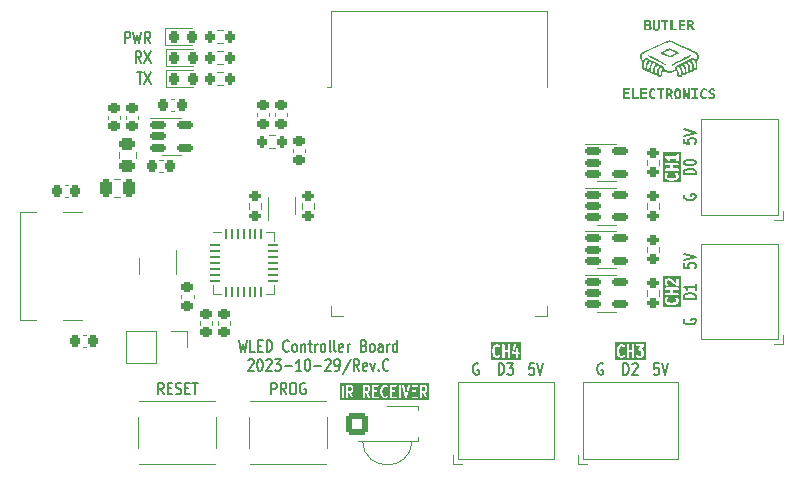
<source format=gbr>
%TF.GenerationSoftware,KiCad,Pcbnew,7.0.8*%
%TF.CreationDate,2023-11-17T17:44:40-05:00*%
%TF.ProjectId,wled-esp32-control-board,776c6564-2d65-4737-9033-322d636f6e74,C*%
%TF.SameCoordinates,Original*%
%TF.FileFunction,Legend,Top*%
%TF.FilePolarity,Positive*%
%FSLAX46Y46*%
G04 Gerber Fmt 4.6, Leading zero omitted, Abs format (unit mm)*
G04 Created by KiCad (PCBNEW 7.0.8) date 2023-11-17 17:44:40*
%MOMM*%
%LPD*%
G01*
G04 APERTURE LIST*
G04 Aperture macros list*
%AMRoundRect*
0 Rectangle with rounded corners*
0 $1 Rounding radius*
0 $2 $3 $4 $5 $6 $7 $8 $9 X,Y pos of 4 corners*
0 Add a 4 corners polygon primitive as box body*
4,1,4,$2,$3,$4,$5,$6,$7,$8,$9,$2,$3,0*
0 Add four circle primitives for the rounded corners*
1,1,$1+$1,$2,$3*
1,1,$1+$1,$4,$5*
1,1,$1+$1,$6,$7*
1,1,$1+$1,$8,$9*
0 Add four rect primitives between the rounded corners*
20,1,$1+$1,$2,$3,$4,$5,0*
20,1,$1+$1,$4,$5,$6,$7,0*
20,1,$1+$1,$6,$7,$8,$9,0*
20,1,$1+$1,$8,$9,$2,$3,0*%
G04 Aperture macros list end*
%ADD10C,0.153000*%
%ADD11C,0.200000*%
%ADD12C,0.120000*%
%ADD13C,0.100000*%
%ADD14C,0.600000*%
%ADD15O,0.600000X0.950000*%
%ADD16R,1.400000X0.300000*%
%ADD17O,2.300000X1.200000*%
%ADD18O,2.000000X1.200000*%
%ADD19RoundRect,0.200000X-0.200000X-0.275000X0.200000X-0.275000X0.200000X0.275000X-0.200000X0.275000X0*%
%ADD20RoundRect,0.225000X-0.250000X0.225000X-0.250000X-0.225000X0.250000X-0.225000X0.250000X0.225000X0*%
%ADD21R,1.000000X0.700000*%
%ADD22R,0.600000X0.700000*%
%ADD23RoundRect,0.218750X-0.218750X-0.256250X0.218750X-0.256250X0.218750X0.256250X-0.218750X0.256250X0*%
%ADD24R,1.700000X1.700000*%
%ADD25O,1.700000X1.700000*%
%ADD26RoundRect,0.225000X0.250000X-0.225000X0.250000X0.225000X-0.250000X0.225000X-0.250000X-0.225000X0*%
%ADD27C,0.991000*%
%ADD28C,0.787000*%
%ADD29RoundRect,0.200000X0.200000X0.275000X-0.200000X0.275000X-0.200000X-0.275000X0.200000X-0.275000X0*%
%ADD30R,1.650000X1.650000*%
%ADD31C,1.650000*%
%ADD32RoundRect,0.250200X-0.649800X-0.649800X0.649800X-0.649800X0.649800X0.649800X-0.649800X0.649800X0*%
%ADD33C,1.800000*%
%ADD34C,3.200000*%
%ADD35RoundRect,0.200000X-0.275000X0.200000X-0.275000X-0.200000X0.275000X-0.200000X0.275000X0.200000X0*%
%ADD36RoundRect,0.200000X0.275000X-0.200000X0.275000X0.200000X-0.275000X0.200000X-0.275000X-0.200000X0*%
%ADD37RoundRect,0.150000X-0.512500X-0.150000X0.512500X-0.150000X0.512500X0.150000X-0.512500X0.150000X0*%
%ADD38R,0.400000X0.650000*%
%ADD39RoundRect,0.250000X0.250000X0.475000X-0.250000X0.475000X-0.250000X-0.475000X0.250000X-0.475000X0*%
%ADD40R,1.000000X0.750000*%
%ADD41RoundRect,0.218750X0.218750X0.256250X-0.218750X0.256250X-0.218750X-0.256250X0.218750X-0.256250X0*%
%ADD42RoundRect,0.250000X0.450000X-0.262500X0.450000X0.262500X-0.450000X0.262500X-0.450000X-0.262500X0*%
%ADD43RoundRect,0.225000X0.225000X0.250000X-0.225000X0.250000X-0.225000X-0.250000X0.225000X-0.250000X0*%
%ADD44RoundRect,0.062500X-0.337500X-0.062500X0.337500X-0.062500X0.337500X0.062500X-0.337500X0.062500X0*%
%ADD45RoundRect,0.062500X-0.062500X-0.337500X0.062500X-0.337500X0.062500X0.337500X-0.062500X0.337500X0*%
%ADD46R,3.350000X3.350000*%
%ADD47RoundRect,0.225000X-0.225000X-0.250000X0.225000X-0.250000X0.225000X0.250000X-0.225000X0.250000X0*%
%ADD48R,1.500000X0.900000*%
%ADD49R,0.900000X1.500000*%
%ADD50C,0.475000*%
%ADD51R,4.200000X4.200000*%
G04 APERTURE END LIST*
D10*
X153886663Y-79908380D02*
X153886663Y-80289332D01*
X153886663Y-80289332D02*
X154362853Y-80327428D01*
X154362853Y-80327428D02*
X154315234Y-80289332D01*
X154315234Y-80289332D02*
X154267615Y-80213142D01*
X154267615Y-80213142D02*
X154267615Y-80022666D01*
X154267615Y-80022666D02*
X154315234Y-79946475D01*
X154315234Y-79946475D02*
X154362853Y-79908380D01*
X154362853Y-79908380D02*
X154458091Y-79870285D01*
X154458091Y-79870285D02*
X154696186Y-79870285D01*
X154696186Y-79870285D02*
X154791424Y-79908380D01*
X154791424Y-79908380D02*
X154839044Y-79946475D01*
X154839044Y-79946475D02*
X154886663Y-80022666D01*
X154886663Y-80022666D02*
X154886663Y-80213142D01*
X154886663Y-80213142D02*
X154839044Y-80289332D01*
X154839044Y-80289332D02*
X154791424Y-80327428D01*
X153886663Y-79641713D02*
X154886663Y-79375046D01*
X154886663Y-79375046D02*
X153886663Y-79108380D01*
D11*
G36*
X150642475Y-98612076D02*
G01*
X148061523Y-98612076D01*
X148061523Y-97940647D01*
X148204380Y-97940647D01*
X148207496Y-97950240D01*
X148206322Y-97960259D01*
X148244418Y-98150735D01*
X148249006Y-98158908D01*
X148249628Y-98168262D01*
X148287723Y-98263500D01*
X148297239Y-98274921D01*
X148302484Y-98288830D01*
X148378674Y-98384069D01*
X148399433Y-98397727D01*
X148418300Y-98413908D01*
X148532586Y-98461527D01*
X148552267Y-98463117D01*
X148571047Y-98469219D01*
X148647238Y-98469219D01*
X148666016Y-98463117D01*
X148685700Y-98461527D01*
X148799985Y-98413908D01*
X148818847Y-98397729D01*
X148839610Y-98384070D01*
X148851491Y-98369219D01*
X149042476Y-98369219D01*
X149061574Y-98427998D01*
X149111574Y-98464325D01*
X149173378Y-98464325D01*
X149223378Y-98427998D01*
X149242476Y-98369219D01*
X149242476Y-97945409D01*
X149499619Y-97945409D01*
X149499619Y-98369219D01*
X149518717Y-98427998D01*
X149568717Y-98464325D01*
X149630521Y-98464325D01*
X149680521Y-98427998D01*
X149699619Y-98369219D01*
X149699619Y-98278619D01*
X149804487Y-98278619D01*
X149826292Y-98336449D01*
X149864387Y-98384069D01*
X149878567Y-98393398D01*
X149889475Y-98406400D01*
X149965667Y-98454019D01*
X149992432Y-98460695D01*
X150018666Y-98469219D01*
X150247237Y-98469219D01*
X150273468Y-98460696D01*
X150300237Y-98454019D01*
X150376428Y-98406400D01*
X150387336Y-98393397D01*
X150401516Y-98384069D01*
X150439611Y-98336448D01*
X150444855Y-98322539D01*
X150454371Y-98311119D01*
X150492466Y-98215881D01*
X150493729Y-98196865D01*
X150499618Y-98178742D01*
X150499618Y-97940647D01*
X150493729Y-97922523D01*
X150492466Y-97903508D01*
X150454371Y-97808270D01*
X150444854Y-97796848D01*
X150439610Y-97782940D01*
X150401515Y-97735321D01*
X150387336Y-97725993D01*
X150376428Y-97712990D01*
X150310073Y-97671518D01*
X150481541Y-97426565D01*
X150485918Y-97412241D01*
X150494724Y-97400121D01*
X150494724Y-97383425D01*
X150499603Y-97367460D01*
X150494724Y-97353296D01*
X150494724Y-97338317D01*
X150484911Y-97324811D01*
X150479474Y-97309026D01*
X150467201Y-97300435D01*
X150458397Y-97288317D01*
X150442519Y-97283158D01*
X150428842Y-97273584D01*
X150413863Y-97273847D01*
X150399618Y-97269219D01*
X149904380Y-97269219D01*
X149845601Y-97288317D01*
X149809274Y-97338317D01*
X149809274Y-97400121D01*
X149845601Y-97450121D01*
X149904380Y-97469219D01*
X150207553Y-97469219D01*
X150051029Y-97692825D01*
X150046651Y-97707148D01*
X150037846Y-97719269D01*
X150037846Y-97735964D01*
X150032967Y-97751930D01*
X150037846Y-97766093D01*
X150037846Y-97781073D01*
X150047658Y-97794578D01*
X150053096Y-97810364D01*
X150065368Y-97818954D01*
X150074173Y-97831073D01*
X150090050Y-97836231D01*
X150103728Y-97845806D01*
X150118706Y-97845542D01*
X150132952Y-97850171D01*
X150218558Y-97850171D01*
X150255982Y-97873561D01*
X150274177Y-97896305D01*
X150299618Y-97959905D01*
X150299618Y-98159483D01*
X150274178Y-98223081D01*
X150255980Y-98245830D01*
X150218558Y-98269219D01*
X150047346Y-98269219D01*
X150009920Y-98245828D01*
X149982468Y-98211511D01*
X149930836Y-98177543D01*
X149869099Y-98180410D01*
X149820838Y-98219018D01*
X149804487Y-98278619D01*
X149699619Y-98278619D01*
X149699619Y-97369219D01*
X149680521Y-97310440D01*
X149630521Y-97274113D01*
X149568717Y-97274113D01*
X149518717Y-97310440D01*
X149499619Y-97369219D01*
X149499619Y-97745409D01*
X149242476Y-97745409D01*
X149242476Y-97369219D01*
X149223378Y-97310440D01*
X149173378Y-97274113D01*
X149111574Y-97274113D01*
X149061574Y-97310440D01*
X149042476Y-97369219D01*
X149042476Y-98369219D01*
X148851491Y-98369219D01*
X148877706Y-98336450D01*
X148899512Y-98278621D01*
X148883161Y-98219019D01*
X148834901Y-98180411D01*
X148773164Y-98177543D01*
X148721532Y-98211511D01*
X148699429Y-98239138D01*
X148627237Y-98269219D01*
X148591048Y-98269219D01*
X148518855Y-98239139D01*
X148467916Y-98175464D01*
X148438733Y-98102506D01*
X148404380Y-97930744D01*
X148404380Y-97807692D01*
X148438733Y-97635930D01*
X148467916Y-97562972D01*
X148518854Y-97499299D01*
X148591048Y-97469219D01*
X148627237Y-97469219D01*
X148699430Y-97499299D01*
X148721533Y-97526928D01*
X148773165Y-97560895D01*
X148834902Y-97558027D01*
X148883162Y-97519417D01*
X148899512Y-97459816D01*
X148877706Y-97401987D01*
X148839609Y-97354368D01*
X148818850Y-97340711D01*
X148799985Y-97324530D01*
X148685700Y-97276911D01*
X148666016Y-97275320D01*
X148647238Y-97269219D01*
X148571047Y-97269219D01*
X148552267Y-97275320D01*
X148532586Y-97276911D01*
X148418300Y-97324530D01*
X148399433Y-97340710D01*
X148378674Y-97354369D01*
X148302484Y-97449607D01*
X148297239Y-97463515D01*
X148287723Y-97474937D01*
X148249628Y-97570175D01*
X148249006Y-97579528D01*
X148244418Y-97587702D01*
X148206322Y-97778178D01*
X148207496Y-97788196D01*
X148204380Y-97797790D01*
X148204380Y-97940647D01*
X148061523Y-97940647D01*
X148061523Y-97126362D01*
X150642475Y-97126362D01*
X150642475Y-98612076D01*
G37*
D10*
X106541533Y-71828663D02*
X106541533Y-70828663D01*
X106541533Y-70828663D02*
X106846295Y-70828663D01*
X106846295Y-70828663D02*
X106922485Y-70876282D01*
X106922485Y-70876282D02*
X106960580Y-70923901D01*
X106960580Y-70923901D02*
X106998676Y-71019139D01*
X106998676Y-71019139D02*
X106998676Y-71161996D01*
X106998676Y-71161996D02*
X106960580Y-71257234D01*
X106960580Y-71257234D02*
X106922485Y-71304853D01*
X106922485Y-71304853D02*
X106846295Y-71352472D01*
X106846295Y-71352472D02*
X106541533Y-71352472D01*
X107265342Y-70828663D02*
X107455818Y-71828663D01*
X107455818Y-71828663D02*
X107608199Y-71114377D01*
X107608199Y-71114377D02*
X107760580Y-71828663D01*
X107760580Y-71828663D02*
X107951057Y-70828663D01*
X108712962Y-71828663D02*
X108446295Y-71352472D01*
X108255819Y-71828663D02*
X108255819Y-70828663D01*
X108255819Y-70828663D02*
X108560581Y-70828663D01*
X108560581Y-70828663D02*
X108636771Y-70876282D01*
X108636771Y-70876282D02*
X108674866Y-70923901D01*
X108674866Y-70923901D02*
X108712962Y-71019139D01*
X108712962Y-71019139D02*
X108712962Y-71161996D01*
X108712962Y-71161996D02*
X108674866Y-71257234D01*
X108674866Y-71257234D02*
X108636771Y-71304853D01*
X108636771Y-71304853D02*
X108560581Y-71352472D01*
X108560581Y-71352472D02*
X108255819Y-71352472D01*
D11*
G36*
X153603076Y-83586476D02*
G01*
X152117362Y-83586476D01*
X152117362Y-83076952D01*
X152260219Y-83076952D01*
X152266320Y-83095731D01*
X152267911Y-83115413D01*
X152315530Y-83229700D01*
X152331711Y-83248565D01*
X152345369Y-83269325D01*
X152440607Y-83345515D01*
X152454515Y-83350759D01*
X152465937Y-83360276D01*
X152561175Y-83398371D01*
X152570528Y-83398992D01*
X152578702Y-83403581D01*
X152769178Y-83441677D01*
X152779196Y-83440502D01*
X152788790Y-83443619D01*
X152931647Y-83443619D01*
X152941240Y-83440502D01*
X152951259Y-83441677D01*
X153141735Y-83403581D01*
X153149908Y-83398992D01*
X153159262Y-83398371D01*
X153254500Y-83360276D01*
X153265921Y-83350759D01*
X153279830Y-83345515D01*
X153375069Y-83269325D01*
X153388727Y-83248565D01*
X153404908Y-83229699D01*
X153452527Y-83115413D01*
X153454117Y-83095731D01*
X153460219Y-83076952D01*
X153460219Y-83000761D01*
X153454117Y-82981982D01*
X153452527Y-82962299D01*
X153404908Y-82848014D01*
X153388724Y-82829146D01*
X153375069Y-82808389D01*
X153327450Y-82770293D01*
X153269620Y-82748487D01*
X153210019Y-82764837D01*
X153171410Y-82813098D01*
X153168542Y-82874835D01*
X153202510Y-82926467D01*
X153230138Y-82948569D01*
X153260219Y-83020762D01*
X153260219Y-83056951D01*
X153230139Y-83129143D01*
X153166464Y-83180082D01*
X153093506Y-83209265D01*
X152921745Y-83243619D01*
X152798692Y-83243619D01*
X152626930Y-83209265D01*
X152553972Y-83180082D01*
X152490299Y-83129144D01*
X152460219Y-83056951D01*
X152460219Y-83020762D01*
X152490299Y-82948568D01*
X152517928Y-82926466D01*
X152551895Y-82874834D01*
X152549027Y-82813097D01*
X152510417Y-82764837D01*
X152450816Y-82748487D01*
X152392987Y-82770293D01*
X152345368Y-82808390D01*
X152331711Y-82829148D01*
X152315530Y-82848014D01*
X152267911Y-82962299D01*
X152266320Y-82981982D01*
X152260219Y-83000761D01*
X152260219Y-83076952D01*
X152117362Y-83076952D01*
X152117362Y-82536425D01*
X152265113Y-82536425D01*
X152301440Y-82586425D01*
X152360219Y-82605523D01*
X153360219Y-82605523D01*
X153418998Y-82586425D01*
X153455325Y-82536425D01*
X153455325Y-82474621D01*
X153418998Y-82424621D01*
X153360219Y-82405523D01*
X152936409Y-82405523D01*
X152936409Y-82148380D01*
X153360219Y-82148380D01*
X153418998Y-82129282D01*
X153455325Y-82079282D01*
X153455325Y-82017478D01*
X153418998Y-81967478D01*
X153360219Y-81948380D01*
X152360219Y-81948380D01*
X152301440Y-81967478D01*
X152265113Y-82017478D01*
X152265113Y-82079282D01*
X152301440Y-82129282D01*
X152360219Y-82148380D01*
X152736409Y-82148380D01*
X152736409Y-82405523D01*
X152360219Y-82405523D01*
X152301440Y-82424621D01*
X152265113Y-82474621D01*
X152265113Y-82536425D01*
X152117362Y-82536425D01*
X152117362Y-81459462D01*
X152261760Y-81459462D01*
X152265113Y-81483540D01*
X152265113Y-81507854D01*
X152269301Y-81513618D01*
X152270284Y-81520675D01*
X152287147Y-81538181D01*
X152301440Y-81557854D01*
X152308217Y-81560056D01*
X152313160Y-81565187D01*
X152447841Y-81637017D01*
X152522541Y-81696777D01*
X152561133Y-81758524D01*
X152608481Y-81798246D01*
X152670134Y-81802552D01*
X152722544Y-81769796D01*
X152745691Y-81712491D01*
X152730733Y-81652525D01*
X152683501Y-81576952D01*
X153260219Y-81576952D01*
X153260219Y-81705524D01*
X153279317Y-81764303D01*
X153329317Y-81800630D01*
X153391121Y-81800630D01*
X153441121Y-81764303D01*
X153460219Y-81705524D01*
X153460219Y-81248381D01*
X153441121Y-81189602D01*
X153391121Y-81153275D01*
X153329317Y-81153275D01*
X153279317Y-81189602D01*
X153260219Y-81248381D01*
X153260219Y-81376952D01*
X152360219Y-81376952D01*
X152353443Y-81379153D01*
X152346427Y-81377907D01*
X152324560Y-81388537D01*
X152301440Y-81396050D01*
X152297251Y-81401814D01*
X152290844Y-81404930D01*
X152279403Y-81426380D01*
X152265113Y-81446050D01*
X152265113Y-81453175D01*
X152261760Y-81459462D01*
X152117362Y-81459462D01*
X152117362Y-81010418D01*
X153603076Y-81010418D01*
X153603076Y-83586476D01*
G37*
D10*
X116193140Y-96947663D02*
X116383616Y-97947663D01*
X116383616Y-97947663D02*
X116535997Y-97233377D01*
X116535997Y-97233377D02*
X116688378Y-97947663D01*
X116688378Y-97947663D02*
X116878855Y-96947663D01*
X117564569Y-97947663D02*
X117183617Y-97947663D01*
X117183617Y-97947663D02*
X117183617Y-96947663D01*
X117831236Y-97423853D02*
X118097902Y-97423853D01*
X118212188Y-97947663D02*
X117831236Y-97947663D01*
X117831236Y-97947663D02*
X117831236Y-96947663D01*
X117831236Y-96947663D02*
X118212188Y-96947663D01*
X118555046Y-97947663D02*
X118555046Y-96947663D01*
X118555046Y-96947663D02*
X118745522Y-96947663D01*
X118745522Y-96947663D02*
X118859808Y-96995282D01*
X118859808Y-96995282D02*
X118935998Y-97090520D01*
X118935998Y-97090520D02*
X118974093Y-97185758D01*
X118974093Y-97185758D02*
X119012189Y-97376234D01*
X119012189Y-97376234D02*
X119012189Y-97519091D01*
X119012189Y-97519091D02*
X118974093Y-97709567D01*
X118974093Y-97709567D02*
X118935998Y-97804805D01*
X118935998Y-97804805D02*
X118859808Y-97900044D01*
X118859808Y-97900044D02*
X118745522Y-97947663D01*
X118745522Y-97947663D02*
X118555046Y-97947663D01*
X120421713Y-97852424D02*
X120383617Y-97900044D01*
X120383617Y-97900044D02*
X120269332Y-97947663D01*
X120269332Y-97947663D02*
X120193141Y-97947663D01*
X120193141Y-97947663D02*
X120078855Y-97900044D01*
X120078855Y-97900044D02*
X120002665Y-97804805D01*
X120002665Y-97804805D02*
X119964570Y-97709567D01*
X119964570Y-97709567D02*
X119926474Y-97519091D01*
X119926474Y-97519091D02*
X119926474Y-97376234D01*
X119926474Y-97376234D02*
X119964570Y-97185758D01*
X119964570Y-97185758D02*
X120002665Y-97090520D01*
X120002665Y-97090520D02*
X120078855Y-96995282D01*
X120078855Y-96995282D02*
X120193141Y-96947663D01*
X120193141Y-96947663D02*
X120269332Y-96947663D01*
X120269332Y-96947663D02*
X120383617Y-96995282D01*
X120383617Y-96995282D02*
X120421713Y-97042901D01*
X120878855Y-97947663D02*
X120802665Y-97900044D01*
X120802665Y-97900044D02*
X120764570Y-97852424D01*
X120764570Y-97852424D02*
X120726474Y-97757186D01*
X120726474Y-97757186D02*
X120726474Y-97471472D01*
X120726474Y-97471472D02*
X120764570Y-97376234D01*
X120764570Y-97376234D02*
X120802665Y-97328615D01*
X120802665Y-97328615D02*
X120878855Y-97280996D01*
X120878855Y-97280996D02*
X120993141Y-97280996D01*
X120993141Y-97280996D02*
X121069332Y-97328615D01*
X121069332Y-97328615D02*
X121107427Y-97376234D01*
X121107427Y-97376234D02*
X121145522Y-97471472D01*
X121145522Y-97471472D02*
X121145522Y-97757186D01*
X121145522Y-97757186D02*
X121107427Y-97852424D01*
X121107427Y-97852424D02*
X121069332Y-97900044D01*
X121069332Y-97900044D02*
X120993141Y-97947663D01*
X120993141Y-97947663D02*
X120878855Y-97947663D01*
X121488380Y-97280996D02*
X121488380Y-97947663D01*
X121488380Y-97376234D02*
X121526475Y-97328615D01*
X121526475Y-97328615D02*
X121602665Y-97280996D01*
X121602665Y-97280996D02*
X121716951Y-97280996D01*
X121716951Y-97280996D02*
X121793142Y-97328615D01*
X121793142Y-97328615D02*
X121831237Y-97423853D01*
X121831237Y-97423853D02*
X121831237Y-97947663D01*
X122097904Y-97280996D02*
X122402666Y-97280996D01*
X122212190Y-96947663D02*
X122212190Y-97804805D01*
X122212190Y-97804805D02*
X122250285Y-97900044D01*
X122250285Y-97900044D02*
X122326475Y-97947663D01*
X122326475Y-97947663D02*
X122402666Y-97947663D01*
X122669333Y-97947663D02*
X122669333Y-97280996D01*
X122669333Y-97471472D02*
X122707428Y-97376234D01*
X122707428Y-97376234D02*
X122745523Y-97328615D01*
X122745523Y-97328615D02*
X122821714Y-97280996D01*
X122821714Y-97280996D02*
X122897904Y-97280996D01*
X123278856Y-97947663D02*
X123202666Y-97900044D01*
X123202666Y-97900044D02*
X123164571Y-97852424D01*
X123164571Y-97852424D02*
X123126475Y-97757186D01*
X123126475Y-97757186D02*
X123126475Y-97471472D01*
X123126475Y-97471472D02*
X123164571Y-97376234D01*
X123164571Y-97376234D02*
X123202666Y-97328615D01*
X123202666Y-97328615D02*
X123278856Y-97280996D01*
X123278856Y-97280996D02*
X123393142Y-97280996D01*
X123393142Y-97280996D02*
X123469333Y-97328615D01*
X123469333Y-97328615D02*
X123507428Y-97376234D01*
X123507428Y-97376234D02*
X123545523Y-97471472D01*
X123545523Y-97471472D02*
X123545523Y-97757186D01*
X123545523Y-97757186D02*
X123507428Y-97852424D01*
X123507428Y-97852424D02*
X123469333Y-97900044D01*
X123469333Y-97900044D02*
X123393142Y-97947663D01*
X123393142Y-97947663D02*
X123278856Y-97947663D01*
X124002666Y-97947663D02*
X123926476Y-97900044D01*
X123926476Y-97900044D02*
X123888381Y-97804805D01*
X123888381Y-97804805D02*
X123888381Y-96947663D01*
X124421714Y-97947663D02*
X124345524Y-97900044D01*
X124345524Y-97900044D02*
X124307429Y-97804805D01*
X124307429Y-97804805D02*
X124307429Y-96947663D01*
X125031239Y-97900044D02*
X124955048Y-97947663D01*
X124955048Y-97947663D02*
X124802667Y-97947663D01*
X124802667Y-97947663D02*
X124726477Y-97900044D01*
X124726477Y-97900044D02*
X124688381Y-97804805D01*
X124688381Y-97804805D02*
X124688381Y-97423853D01*
X124688381Y-97423853D02*
X124726477Y-97328615D01*
X124726477Y-97328615D02*
X124802667Y-97280996D01*
X124802667Y-97280996D02*
X124955048Y-97280996D01*
X124955048Y-97280996D02*
X125031239Y-97328615D01*
X125031239Y-97328615D02*
X125069334Y-97423853D01*
X125069334Y-97423853D02*
X125069334Y-97519091D01*
X125069334Y-97519091D02*
X124688381Y-97614329D01*
X125412191Y-97947663D02*
X125412191Y-97280996D01*
X125412191Y-97471472D02*
X125450286Y-97376234D01*
X125450286Y-97376234D02*
X125488381Y-97328615D01*
X125488381Y-97328615D02*
X125564572Y-97280996D01*
X125564572Y-97280996D02*
X125640762Y-97280996D01*
X126783619Y-97423853D02*
X126897905Y-97471472D01*
X126897905Y-97471472D02*
X126936000Y-97519091D01*
X126936000Y-97519091D02*
X126974096Y-97614329D01*
X126974096Y-97614329D02*
X126974096Y-97757186D01*
X126974096Y-97757186D02*
X126936000Y-97852424D01*
X126936000Y-97852424D02*
X126897905Y-97900044D01*
X126897905Y-97900044D02*
X126821715Y-97947663D01*
X126821715Y-97947663D02*
X126516953Y-97947663D01*
X126516953Y-97947663D02*
X126516953Y-96947663D01*
X126516953Y-96947663D02*
X126783619Y-96947663D01*
X126783619Y-96947663D02*
X126859810Y-96995282D01*
X126859810Y-96995282D02*
X126897905Y-97042901D01*
X126897905Y-97042901D02*
X126936000Y-97138139D01*
X126936000Y-97138139D02*
X126936000Y-97233377D01*
X126936000Y-97233377D02*
X126897905Y-97328615D01*
X126897905Y-97328615D02*
X126859810Y-97376234D01*
X126859810Y-97376234D02*
X126783619Y-97423853D01*
X126783619Y-97423853D02*
X126516953Y-97423853D01*
X127431238Y-97947663D02*
X127355048Y-97900044D01*
X127355048Y-97900044D02*
X127316953Y-97852424D01*
X127316953Y-97852424D02*
X127278857Y-97757186D01*
X127278857Y-97757186D02*
X127278857Y-97471472D01*
X127278857Y-97471472D02*
X127316953Y-97376234D01*
X127316953Y-97376234D02*
X127355048Y-97328615D01*
X127355048Y-97328615D02*
X127431238Y-97280996D01*
X127431238Y-97280996D02*
X127545524Y-97280996D01*
X127545524Y-97280996D02*
X127621715Y-97328615D01*
X127621715Y-97328615D02*
X127659810Y-97376234D01*
X127659810Y-97376234D02*
X127697905Y-97471472D01*
X127697905Y-97471472D02*
X127697905Y-97757186D01*
X127697905Y-97757186D02*
X127659810Y-97852424D01*
X127659810Y-97852424D02*
X127621715Y-97900044D01*
X127621715Y-97900044D02*
X127545524Y-97947663D01*
X127545524Y-97947663D02*
X127431238Y-97947663D01*
X128383620Y-97947663D02*
X128383620Y-97423853D01*
X128383620Y-97423853D02*
X128345525Y-97328615D01*
X128345525Y-97328615D02*
X128269334Y-97280996D01*
X128269334Y-97280996D02*
X128116953Y-97280996D01*
X128116953Y-97280996D02*
X128040763Y-97328615D01*
X128383620Y-97900044D02*
X128307429Y-97947663D01*
X128307429Y-97947663D02*
X128116953Y-97947663D01*
X128116953Y-97947663D02*
X128040763Y-97900044D01*
X128040763Y-97900044D02*
X128002667Y-97804805D01*
X128002667Y-97804805D02*
X128002667Y-97709567D01*
X128002667Y-97709567D02*
X128040763Y-97614329D01*
X128040763Y-97614329D02*
X128116953Y-97566710D01*
X128116953Y-97566710D02*
X128307429Y-97566710D01*
X128307429Y-97566710D02*
X128383620Y-97519091D01*
X128764573Y-97947663D02*
X128764573Y-97280996D01*
X128764573Y-97471472D02*
X128802668Y-97376234D01*
X128802668Y-97376234D02*
X128840763Y-97328615D01*
X128840763Y-97328615D02*
X128916954Y-97280996D01*
X128916954Y-97280996D02*
X128993144Y-97280996D01*
X129602668Y-97947663D02*
X129602668Y-96947663D01*
X129602668Y-97900044D02*
X129526477Y-97947663D01*
X129526477Y-97947663D02*
X129374096Y-97947663D01*
X129374096Y-97947663D02*
X129297906Y-97900044D01*
X129297906Y-97900044D02*
X129259811Y-97852424D01*
X129259811Y-97852424D02*
X129221715Y-97757186D01*
X129221715Y-97757186D02*
X129221715Y-97471472D01*
X129221715Y-97471472D02*
X129259811Y-97376234D01*
X129259811Y-97376234D02*
X129297906Y-97328615D01*
X129297906Y-97328615D02*
X129374096Y-97280996D01*
X129374096Y-97280996D02*
X129526477Y-97280996D01*
X129526477Y-97280996D02*
X129602668Y-97328615D01*
X116993142Y-98652901D02*
X117031238Y-98605282D01*
X117031238Y-98605282D02*
X117107428Y-98557663D01*
X117107428Y-98557663D02*
X117297904Y-98557663D01*
X117297904Y-98557663D02*
X117374095Y-98605282D01*
X117374095Y-98605282D02*
X117412190Y-98652901D01*
X117412190Y-98652901D02*
X117450285Y-98748139D01*
X117450285Y-98748139D02*
X117450285Y-98843377D01*
X117450285Y-98843377D02*
X117412190Y-98986234D01*
X117412190Y-98986234D02*
X116955047Y-99557663D01*
X116955047Y-99557663D02*
X117450285Y-99557663D01*
X117945524Y-98557663D02*
X118021714Y-98557663D01*
X118021714Y-98557663D02*
X118097905Y-98605282D01*
X118097905Y-98605282D02*
X118136000Y-98652901D01*
X118136000Y-98652901D02*
X118174095Y-98748139D01*
X118174095Y-98748139D02*
X118212190Y-98938615D01*
X118212190Y-98938615D02*
X118212190Y-99176710D01*
X118212190Y-99176710D02*
X118174095Y-99367186D01*
X118174095Y-99367186D02*
X118136000Y-99462424D01*
X118136000Y-99462424D02*
X118097905Y-99510044D01*
X118097905Y-99510044D02*
X118021714Y-99557663D01*
X118021714Y-99557663D02*
X117945524Y-99557663D01*
X117945524Y-99557663D02*
X117869333Y-99510044D01*
X117869333Y-99510044D02*
X117831238Y-99462424D01*
X117831238Y-99462424D02*
X117793143Y-99367186D01*
X117793143Y-99367186D02*
X117755047Y-99176710D01*
X117755047Y-99176710D02*
X117755047Y-98938615D01*
X117755047Y-98938615D02*
X117793143Y-98748139D01*
X117793143Y-98748139D02*
X117831238Y-98652901D01*
X117831238Y-98652901D02*
X117869333Y-98605282D01*
X117869333Y-98605282D02*
X117945524Y-98557663D01*
X118516952Y-98652901D02*
X118555048Y-98605282D01*
X118555048Y-98605282D02*
X118631238Y-98557663D01*
X118631238Y-98557663D02*
X118821714Y-98557663D01*
X118821714Y-98557663D02*
X118897905Y-98605282D01*
X118897905Y-98605282D02*
X118936000Y-98652901D01*
X118936000Y-98652901D02*
X118974095Y-98748139D01*
X118974095Y-98748139D02*
X118974095Y-98843377D01*
X118974095Y-98843377D02*
X118936000Y-98986234D01*
X118936000Y-98986234D02*
X118478857Y-99557663D01*
X118478857Y-99557663D02*
X118974095Y-99557663D01*
X119240762Y-98557663D02*
X119736000Y-98557663D01*
X119736000Y-98557663D02*
X119469334Y-98938615D01*
X119469334Y-98938615D02*
X119583619Y-98938615D01*
X119583619Y-98938615D02*
X119659810Y-98986234D01*
X119659810Y-98986234D02*
X119697905Y-99033853D01*
X119697905Y-99033853D02*
X119736000Y-99129091D01*
X119736000Y-99129091D02*
X119736000Y-99367186D01*
X119736000Y-99367186D02*
X119697905Y-99462424D01*
X119697905Y-99462424D02*
X119659810Y-99510044D01*
X119659810Y-99510044D02*
X119583619Y-99557663D01*
X119583619Y-99557663D02*
X119355048Y-99557663D01*
X119355048Y-99557663D02*
X119278857Y-99510044D01*
X119278857Y-99510044D02*
X119240762Y-99462424D01*
X120078858Y-99176710D02*
X120688382Y-99176710D01*
X121488381Y-99557663D02*
X121031238Y-99557663D01*
X121259810Y-99557663D02*
X121259810Y-98557663D01*
X121259810Y-98557663D02*
X121183619Y-98700520D01*
X121183619Y-98700520D02*
X121107429Y-98795758D01*
X121107429Y-98795758D02*
X121031238Y-98843377D01*
X121983620Y-98557663D02*
X122059810Y-98557663D01*
X122059810Y-98557663D02*
X122136001Y-98605282D01*
X122136001Y-98605282D02*
X122174096Y-98652901D01*
X122174096Y-98652901D02*
X122212191Y-98748139D01*
X122212191Y-98748139D02*
X122250286Y-98938615D01*
X122250286Y-98938615D02*
X122250286Y-99176710D01*
X122250286Y-99176710D02*
X122212191Y-99367186D01*
X122212191Y-99367186D02*
X122174096Y-99462424D01*
X122174096Y-99462424D02*
X122136001Y-99510044D01*
X122136001Y-99510044D02*
X122059810Y-99557663D01*
X122059810Y-99557663D02*
X121983620Y-99557663D01*
X121983620Y-99557663D02*
X121907429Y-99510044D01*
X121907429Y-99510044D02*
X121869334Y-99462424D01*
X121869334Y-99462424D02*
X121831239Y-99367186D01*
X121831239Y-99367186D02*
X121793143Y-99176710D01*
X121793143Y-99176710D02*
X121793143Y-98938615D01*
X121793143Y-98938615D02*
X121831239Y-98748139D01*
X121831239Y-98748139D02*
X121869334Y-98652901D01*
X121869334Y-98652901D02*
X121907429Y-98605282D01*
X121907429Y-98605282D02*
X121983620Y-98557663D01*
X122593144Y-99176710D02*
X123202668Y-99176710D01*
X123545524Y-98652901D02*
X123583620Y-98605282D01*
X123583620Y-98605282D02*
X123659810Y-98557663D01*
X123659810Y-98557663D02*
X123850286Y-98557663D01*
X123850286Y-98557663D02*
X123926477Y-98605282D01*
X123926477Y-98605282D02*
X123964572Y-98652901D01*
X123964572Y-98652901D02*
X124002667Y-98748139D01*
X124002667Y-98748139D02*
X124002667Y-98843377D01*
X124002667Y-98843377D02*
X123964572Y-98986234D01*
X123964572Y-98986234D02*
X123507429Y-99557663D01*
X123507429Y-99557663D02*
X124002667Y-99557663D01*
X124383620Y-99557663D02*
X124536001Y-99557663D01*
X124536001Y-99557663D02*
X124612191Y-99510044D01*
X124612191Y-99510044D02*
X124650287Y-99462424D01*
X124650287Y-99462424D02*
X124726477Y-99319567D01*
X124726477Y-99319567D02*
X124764572Y-99129091D01*
X124764572Y-99129091D02*
X124764572Y-98748139D01*
X124764572Y-98748139D02*
X124726477Y-98652901D01*
X124726477Y-98652901D02*
X124688382Y-98605282D01*
X124688382Y-98605282D02*
X124612191Y-98557663D01*
X124612191Y-98557663D02*
X124459810Y-98557663D01*
X124459810Y-98557663D02*
X124383620Y-98605282D01*
X124383620Y-98605282D02*
X124345525Y-98652901D01*
X124345525Y-98652901D02*
X124307429Y-98748139D01*
X124307429Y-98748139D02*
X124307429Y-98986234D01*
X124307429Y-98986234D02*
X124345525Y-99081472D01*
X124345525Y-99081472D02*
X124383620Y-99129091D01*
X124383620Y-99129091D02*
X124459810Y-99176710D01*
X124459810Y-99176710D02*
X124612191Y-99176710D01*
X124612191Y-99176710D02*
X124688382Y-99129091D01*
X124688382Y-99129091D02*
X124726477Y-99081472D01*
X124726477Y-99081472D02*
X124764572Y-98986234D01*
X125678858Y-98510044D02*
X124993144Y-99795758D01*
X126402668Y-99557663D02*
X126136001Y-99081472D01*
X125945525Y-99557663D02*
X125945525Y-98557663D01*
X125945525Y-98557663D02*
X126250287Y-98557663D01*
X126250287Y-98557663D02*
X126326477Y-98605282D01*
X126326477Y-98605282D02*
X126364572Y-98652901D01*
X126364572Y-98652901D02*
X126402668Y-98748139D01*
X126402668Y-98748139D02*
X126402668Y-98890996D01*
X126402668Y-98890996D02*
X126364572Y-98986234D01*
X126364572Y-98986234D02*
X126326477Y-99033853D01*
X126326477Y-99033853D02*
X126250287Y-99081472D01*
X126250287Y-99081472D02*
X125945525Y-99081472D01*
X127050287Y-99510044D02*
X126974096Y-99557663D01*
X126974096Y-99557663D02*
X126821715Y-99557663D01*
X126821715Y-99557663D02*
X126745525Y-99510044D01*
X126745525Y-99510044D02*
X126707429Y-99414805D01*
X126707429Y-99414805D02*
X126707429Y-99033853D01*
X126707429Y-99033853D02*
X126745525Y-98938615D01*
X126745525Y-98938615D02*
X126821715Y-98890996D01*
X126821715Y-98890996D02*
X126974096Y-98890996D01*
X126974096Y-98890996D02*
X127050287Y-98938615D01*
X127050287Y-98938615D02*
X127088382Y-99033853D01*
X127088382Y-99033853D02*
X127088382Y-99129091D01*
X127088382Y-99129091D02*
X126707429Y-99224329D01*
X127355048Y-98890996D02*
X127545524Y-99557663D01*
X127545524Y-99557663D02*
X127736001Y-98890996D01*
X128040763Y-99462424D02*
X128078858Y-99510044D01*
X128078858Y-99510044D02*
X128040763Y-99557663D01*
X128040763Y-99557663D02*
X128002667Y-99510044D01*
X128002667Y-99510044D02*
X128040763Y-99462424D01*
X128040763Y-99462424D02*
X128040763Y-99557663D01*
X128878858Y-99462424D02*
X128840762Y-99510044D01*
X128840762Y-99510044D02*
X128726477Y-99557663D01*
X128726477Y-99557663D02*
X128650286Y-99557663D01*
X128650286Y-99557663D02*
X128536000Y-99510044D01*
X128536000Y-99510044D02*
X128459810Y-99414805D01*
X128459810Y-99414805D02*
X128421715Y-99319567D01*
X128421715Y-99319567D02*
X128383619Y-99129091D01*
X128383619Y-99129091D02*
X128383619Y-98986234D01*
X128383619Y-98986234D02*
X128421715Y-98795758D01*
X128421715Y-98795758D02*
X128459810Y-98700520D01*
X128459810Y-98700520D02*
X128536000Y-98605282D01*
X128536000Y-98605282D02*
X128650286Y-98557663D01*
X128650286Y-98557663D02*
X128726477Y-98557663D01*
X128726477Y-98557663D02*
X128840762Y-98605282D01*
X128840762Y-98605282D02*
X128878858Y-98652901D01*
X154886663Y-82886475D02*
X153886663Y-82886475D01*
X153886663Y-82886475D02*
X153886663Y-82695999D01*
X153886663Y-82695999D02*
X153934282Y-82581713D01*
X153934282Y-82581713D02*
X154029520Y-82505523D01*
X154029520Y-82505523D02*
X154124758Y-82467428D01*
X154124758Y-82467428D02*
X154315234Y-82429332D01*
X154315234Y-82429332D02*
X154458091Y-82429332D01*
X154458091Y-82429332D02*
X154648567Y-82467428D01*
X154648567Y-82467428D02*
X154743805Y-82505523D01*
X154743805Y-82505523D02*
X154839044Y-82581713D01*
X154839044Y-82581713D02*
X154886663Y-82695999D01*
X154886663Y-82695999D02*
X154886663Y-82886475D01*
X153886663Y-81934094D02*
X153886663Y-81857904D01*
X153886663Y-81857904D02*
X153934282Y-81781713D01*
X153934282Y-81781713D02*
X153981901Y-81743618D01*
X153981901Y-81743618D02*
X154077139Y-81705523D01*
X154077139Y-81705523D02*
X154267615Y-81667428D01*
X154267615Y-81667428D02*
X154505710Y-81667428D01*
X154505710Y-81667428D02*
X154696186Y-81705523D01*
X154696186Y-81705523D02*
X154791424Y-81743618D01*
X154791424Y-81743618D02*
X154839044Y-81781713D01*
X154839044Y-81781713D02*
X154886663Y-81857904D01*
X154886663Y-81857904D02*
X154886663Y-81934094D01*
X154886663Y-81934094D02*
X154839044Y-82010285D01*
X154839044Y-82010285D02*
X154791424Y-82048380D01*
X154791424Y-82048380D02*
X154696186Y-82086475D01*
X154696186Y-82086475D02*
X154505710Y-82124571D01*
X154505710Y-82124571D02*
X154267615Y-82124571D01*
X154267615Y-82124571D02*
X154077139Y-82086475D01*
X154077139Y-82086475D02*
X153981901Y-82048380D01*
X153981901Y-82048380D02*
X153934282Y-82010285D01*
X153934282Y-82010285D02*
X153886663Y-81934094D01*
X151739619Y-98895663D02*
X151358667Y-98895663D01*
X151358667Y-98895663D02*
X151320571Y-99371853D01*
X151320571Y-99371853D02*
X151358667Y-99324234D01*
X151358667Y-99324234D02*
X151434857Y-99276615D01*
X151434857Y-99276615D02*
X151625333Y-99276615D01*
X151625333Y-99276615D02*
X151701524Y-99324234D01*
X151701524Y-99324234D02*
X151739619Y-99371853D01*
X151739619Y-99371853D02*
X151777714Y-99467091D01*
X151777714Y-99467091D02*
X151777714Y-99705186D01*
X151777714Y-99705186D02*
X151739619Y-99800424D01*
X151739619Y-99800424D02*
X151701524Y-99848044D01*
X151701524Y-99848044D02*
X151625333Y-99895663D01*
X151625333Y-99895663D02*
X151434857Y-99895663D01*
X151434857Y-99895663D02*
X151358667Y-99848044D01*
X151358667Y-99848044D02*
X151320571Y-99800424D01*
X152006286Y-98895663D02*
X152272953Y-99895663D01*
X152272953Y-99895663D02*
X152539619Y-98895663D01*
X136480523Y-98943282D02*
X136404333Y-98895663D01*
X136404333Y-98895663D02*
X136290047Y-98895663D01*
X136290047Y-98895663D02*
X136175761Y-98943282D01*
X136175761Y-98943282D02*
X136099571Y-99038520D01*
X136099571Y-99038520D02*
X136061476Y-99133758D01*
X136061476Y-99133758D02*
X136023380Y-99324234D01*
X136023380Y-99324234D02*
X136023380Y-99467091D01*
X136023380Y-99467091D02*
X136061476Y-99657567D01*
X136061476Y-99657567D02*
X136099571Y-99752805D01*
X136099571Y-99752805D02*
X136175761Y-99848044D01*
X136175761Y-99848044D02*
X136290047Y-99895663D01*
X136290047Y-99895663D02*
X136366238Y-99895663D01*
X136366238Y-99895663D02*
X136480523Y-99848044D01*
X136480523Y-99848044D02*
X136518619Y-99800424D01*
X136518619Y-99800424D02*
X136518619Y-99467091D01*
X136518619Y-99467091D02*
X136366238Y-99467091D01*
X107951057Y-73479663D02*
X107684390Y-73003472D01*
X107493914Y-73479663D02*
X107493914Y-72479663D01*
X107493914Y-72479663D02*
X107798676Y-72479663D01*
X107798676Y-72479663D02*
X107874866Y-72527282D01*
X107874866Y-72527282D02*
X107912961Y-72574901D01*
X107912961Y-72574901D02*
X107951057Y-72670139D01*
X107951057Y-72670139D02*
X107951057Y-72812996D01*
X107951057Y-72812996D02*
X107912961Y-72908234D01*
X107912961Y-72908234D02*
X107874866Y-72955853D01*
X107874866Y-72955853D02*
X107798676Y-73003472D01*
X107798676Y-73003472D02*
X107493914Y-73003472D01*
X108217723Y-72479663D02*
X108751057Y-73479663D01*
X108751057Y-72479663D02*
X108217723Y-73479663D01*
X154886663Y-93427475D02*
X153886663Y-93427475D01*
X153886663Y-93427475D02*
X153886663Y-93236999D01*
X153886663Y-93236999D02*
X153934282Y-93122713D01*
X153934282Y-93122713D02*
X154029520Y-93046523D01*
X154029520Y-93046523D02*
X154124758Y-93008428D01*
X154124758Y-93008428D02*
X154315234Y-92970332D01*
X154315234Y-92970332D02*
X154458091Y-92970332D01*
X154458091Y-92970332D02*
X154648567Y-93008428D01*
X154648567Y-93008428D02*
X154743805Y-93046523D01*
X154743805Y-93046523D02*
X154839044Y-93122713D01*
X154839044Y-93122713D02*
X154886663Y-93236999D01*
X154886663Y-93236999D02*
X154886663Y-93427475D01*
X154886663Y-92208428D02*
X154886663Y-92665571D01*
X154886663Y-92436999D02*
X153886663Y-92436999D01*
X153886663Y-92436999D02*
X154029520Y-92513190D01*
X154029520Y-92513190D02*
X154124758Y-92589380D01*
X154124758Y-92589380D02*
X154172377Y-92665571D01*
X153886663Y-90449380D02*
X153886663Y-90830332D01*
X153886663Y-90830332D02*
X154362853Y-90868428D01*
X154362853Y-90868428D02*
X154315234Y-90830332D01*
X154315234Y-90830332D02*
X154267615Y-90754142D01*
X154267615Y-90754142D02*
X154267615Y-90563666D01*
X154267615Y-90563666D02*
X154315234Y-90487475D01*
X154315234Y-90487475D02*
X154362853Y-90449380D01*
X154362853Y-90449380D02*
X154458091Y-90411285D01*
X154458091Y-90411285D02*
X154696186Y-90411285D01*
X154696186Y-90411285D02*
X154791424Y-90449380D01*
X154791424Y-90449380D02*
X154839044Y-90487475D01*
X154839044Y-90487475D02*
X154886663Y-90563666D01*
X154886663Y-90563666D02*
X154886663Y-90754142D01*
X154886663Y-90754142D02*
X154839044Y-90830332D01*
X154839044Y-90830332D02*
X154791424Y-90868428D01*
X153886663Y-90182713D02*
X154886663Y-89916046D01*
X154886663Y-89916046D02*
X153886663Y-89649380D01*
X153934282Y-84626476D02*
X153886663Y-84702666D01*
X153886663Y-84702666D02*
X153886663Y-84816952D01*
X153886663Y-84816952D02*
X153934282Y-84931238D01*
X153934282Y-84931238D02*
X154029520Y-85007428D01*
X154029520Y-85007428D02*
X154124758Y-85045523D01*
X154124758Y-85045523D02*
X154315234Y-85083619D01*
X154315234Y-85083619D02*
X154458091Y-85083619D01*
X154458091Y-85083619D02*
X154648567Y-85045523D01*
X154648567Y-85045523D02*
X154743805Y-85007428D01*
X154743805Y-85007428D02*
X154839044Y-84931238D01*
X154839044Y-84931238D02*
X154886663Y-84816952D01*
X154886663Y-84816952D02*
X154886663Y-84740761D01*
X154886663Y-84740761D02*
X154839044Y-84626476D01*
X154839044Y-84626476D02*
X154791424Y-84588380D01*
X154791424Y-84588380D02*
X154458091Y-84588380D01*
X154458091Y-84588380D02*
X154458091Y-84740761D01*
D11*
G36*
X153603076Y-94127476D02*
G01*
X152117362Y-94127476D01*
X152117362Y-93617952D01*
X152260219Y-93617952D01*
X152266320Y-93636731D01*
X152267911Y-93656413D01*
X152315530Y-93770700D01*
X152331711Y-93789565D01*
X152345369Y-93810325D01*
X152440607Y-93886515D01*
X152454515Y-93891759D01*
X152465937Y-93901276D01*
X152561175Y-93939371D01*
X152570528Y-93939992D01*
X152578702Y-93944581D01*
X152769178Y-93982677D01*
X152779196Y-93981502D01*
X152788790Y-93984619D01*
X152931647Y-93984619D01*
X152941240Y-93981502D01*
X152951259Y-93982677D01*
X153141735Y-93944581D01*
X153149908Y-93939992D01*
X153159262Y-93939371D01*
X153254500Y-93901276D01*
X153265921Y-93891759D01*
X153279830Y-93886515D01*
X153375069Y-93810325D01*
X153388727Y-93789565D01*
X153404908Y-93770699D01*
X153452527Y-93656413D01*
X153454117Y-93636731D01*
X153460219Y-93617952D01*
X153460219Y-93541761D01*
X153454117Y-93522982D01*
X153452527Y-93503299D01*
X153404908Y-93389014D01*
X153388724Y-93370146D01*
X153375069Y-93349389D01*
X153327450Y-93311293D01*
X153269620Y-93289487D01*
X153210019Y-93305837D01*
X153171410Y-93354098D01*
X153168542Y-93415835D01*
X153202510Y-93467467D01*
X153230138Y-93489569D01*
X153260219Y-93561762D01*
X153260219Y-93597951D01*
X153230139Y-93670143D01*
X153166464Y-93721082D01*
X153093506Y-93750265D01*
X152921745Y-93784619D01*
X152798692Y-93784619D01*
X152626930Y-93750265D01*
X152553972Y-93721082D01*
X152490299Y-93670144D01*
X152460219Y-93597951D01*
X152460219Y-93561762D01*
X152490299Y-93489568D01*
X152517928Y-93467466D01*
X152551895Y-93415834D01*
X152549027Y-93354097D01*
X152510417Y-93305837D01*
X152450816Y-93289487D01*
X152392987Y-93311293D01*
X152345368Y-93349390D01*
X152331711Y-93370148D01*
X152315530Y-93389014D01*
X152267911Y-93503299D01*
X152266320Y-93522982D01*
X152260219Y-93541761D01*
X152260219Y-93617952D01*
X152117362Y-93617952D01*
X152117362Y-93077425D01*
X152265113Y-93077425D01*
X152301440Y-93127425D01*
X152360219Y-93146523D01*
X153360219Y-93146523D01*
X153418998Y-93127425D01*
X153455325Y-93077425D01*
X153455325Y-93015621D01*
X153418998Y-92965621D01*
X153360219Y-92946523D01*
X152936409Y-92946523D01*
X152936409Y-92689380D01*
X153360219Y-92689380D01*
X153418998Y-92670282D01*
X153455325Y-92620282D01*
X153455325Y-92558478D01*
X153418998Y-92508478D01*
X153360219Y-92489380D01*
X152360219Y-92489380D01*
X152301440Y-92508478D01*
X152265113Y-92558478D01*
X152265113Y-92620282D01*
X152301440Y-92670282D01*
X152360219Y-92689380D01*
X152736409Y-92689380D01*
X152736409Y-92946523D01*
X152360219Y-92946523D01*
X152301440Y-92965621D01*
X152265113Y-93015621D01*
X152265113Y-93077425D01*
X152117362Y-93077425D01*
X152117362Y-92132238D01*
X152260219Y-92132238D01*
X152268741Y-92158468D01*
X152275419Y-92185238D01*
X152323038Y-92261428D01*
X152336041Y-92272337D01*
X152345368Y-92286514D01*
X152392987Y-92324611D01*
X152450816Y-92346417D01*
X152510417Y-92330067D01*
X152549027Y-92281807D01*
X152551895Y-92220070D01*
X152517928Y-92168438D01*
X152483610Y-92140983D01*
X152460219Y-92103557D01*
X152460219Y-91970441D01*
X152483609Y-91933016D01*
X152506353Y-91914821D01*
X152569954Y-91889381D01*
X152632827Y-91889381D01*
X152742726Y-91918687D01*
X153297749Y-92362706D01*
X153314678Y-92369089D01*
X153329317Y-92379725D01*
X153342884Y-92379725D01*
X153355579Y-92384512D01*
X153373029Y-92379725D01*
X153391121Y-92379725D01*
X153402095Y-92371751D01*
X153415180Y-92368162D01*
X153426483Y-92354032D01*
X153441121Y-92343398D01*
X153445313Y-92330495D01*
X153453789Y-92319901D01*
X153454628Y-92301824D01*
X153460219Y-92284619D01*
X153460219Y-91789381D01*
X153441121Y-91730602D01*
X153391121Y-91694275D01*
X153329317Y-91694275D01*
X153279317Y-91730602D01*
X153260219Y-91789381D01*
X153260219Y-92076556D01*
X152851259Y-91749389D01*
X152831912Y-91742093D01*
X152814556Y-91730852D01*
X152671699Y-91692757D01*
X152658501Y-91693464D01*
X152645933Y-91689381D01*
X152550695Y-91689381D01*
X152532571Y-91695269D01*
X152513556Y-91696533D01*
X152418318Y-91734628D01*
X152406896Y-91744144D01*
X152392988Y-91749389D01*
X152345369Y-91787484D01*
X152336041Y-91801662D01*
X152323038Y-91812571D01*
X152275419Y-91888762D01*
X152268741Y-91915530D01*
X152260219Y-91941762D01*
X152260219Y-92132238D01*
X152117362Y-92132238D01*
X152117362Y-91546524D01*
X153603076Y-91546524D01*
X153603076Y-94127476D01*
G37*
D10*
X107570104Y-74257663D02*
X108027247Y-74257663D01*
X107798675Y-75257663D02*
X107798675Y-74257663D01*
X108217723Y-74257663D02*
X108751057Y-75257663D01*
X108751057Y-74257663D02*
X108217723Y-75257663D01*
X141198619Y-98895663D02*
X140817667Y-98895663D01*
X140817667Y-98895663D02*
X140779571Y-99371853D01*
X140779571Y-99371853D02*
X140817667Y-99324234D01*
X140817667Y-99324234D02*
X140893857Y-99276615D01*
X140893857Y-99276615D02*
X141084333Y-99276615D01*
X141084333Y-99276615D02*
X141160524Y-99324234D01*
X141160524Y-99324234D02*
X141198619Y-99371853D01*
X141198619Y-99371853D02*
X141236714Y-99467091D01*
X141236714Y-99467091D02*
X141236714Y-99705186D01*
X141236714Y-99705186D02*
X141198619Y-99800424D01*
X141198619Y-99800424D02*
X141160524Y-99848044D01*
X141160524Y-99848044D02*
X141084333Y-99895663D01*
X141084333Y-99895663D02*
X140893857Y-99895663D01*
X140893857Y-99895663D02*
X140817667Y-99848044D01*
X140817667Y-99848044D02*
X140779571Y-99800424D01*
X141465286Y-98895663D02*
X141731953Y-99895663D01*
X141731953Y-99895663D02*
X141998619Y-98895663D01*
X138220524Y-99895663D02*
X138220524Y-98895663D01*
X138220524Y-98895663D02*
X138411000Y-98895663D01*
X138411000Y-98895663D02*
X138525286Y-98943282D01*
X138525286Y-98943282D02*
X138601476Y-99038520D01*
X138601476Y-99038520D02*
X138639571Y-99133758D01*
X138639571Y-99133758D02*
X138677667Y-99324234D01*
X138677667Y-99324234D02*
X138677667Y-99467091D01*
X138677667Y-99467091D02*
X138639571Y-99657567D01*
X138639571Y-99657567D02*
X138601476Y-99752805D01*
X138601476Y-99752805D02*
X138525286Y-99848044D01*
X138525286Y-99848044D02*
X138411000Y-99895663D01*
X138411000Y-99895663D02*
X138220524Y-99895663D01*
X138944333Y-98895663D02*
X139439571Y-98895663D01*
X139439571Y-98895663D02*
X139172905Y-99276615D01*
X139172905Y-99276615D02*
X139287190Y-99276615D01*
X139287190Y-99276615D02*
X139363381Y-99324234D01*
X139363381Y-99324234D02*
X139401476Y-99371853D01*
X139401476Y-99371853D02*
X139439571Y-99467091D01*
X139439571Y-99467091D02*
X139439571Y-99705186D01*
X139439571Y-99705186D02*
X139401476Y-99800424D01*
X139401476Y-99800424D02*
X139363381Y-99848044D01*
X139363381Y-99848044D02*
X139287190Y-99895663D01*
X139287190Y-99895663D02*
X139058619Y-99895663D01*
X139058619Y-99895663D02*
X138982428Y-99848044D01*
X138982428Y-99848044D02*
X138944333Y-99800424D01*
X118967429Y-101546663D02*
X118967429Y-100546663D01*
X118967429Y-100546663D02*
X119272191Y-100546663D01*
X119272191Y-100546663D02*
X119348381Y-100594282D01*
X119348381Y-100594282D02*
X119386476Y-100641901D01*
X119386476Y-100641901D02*
X119424572Y-100737139D01*
X119424572Y-100737139D02*
X119424572Y-100879996D01*
X119424572Y-100879996D02*
X119386476Y-100975234D01*
X119386476Y-100975234D02*
X119348381Y-101022853D01*
X119348381Y-101022853D02*
X119272191Y-101070472D01*
X119272191Y-101070472D02*
X118967429Y-101070472D01*
X120224572Y-101546663D02*
X119957905Y-101070472D01*
X119767429Y-101546663D02*
X119767429Y-100546663D01*
X119767429Y-100546663D02*
X120072191Y-100546663D01*
X120072191Y-100546663D02*
X120148381Y-100594282D01*
X120148381Y-100594282D02*
X120186476Y-100641901D01*
X120186476Y-100641901D02*
X120224572Y-100737139D01*
X120224572Y-100737139D02*
X120224572Y-100879996D01*
X120224572Y-100879996D02*
X120186476Y-100975234D01*
X120186476Y-100975234D02*
X120148381Y-101022853D01*
X120148381Y-101022853D02*
X120072191Y-101070472D01*
X120072191Y-101070472D02*
X119767429Y-101070472D01*
X120719810Y-100546663D02*
X120872191Y-100546663D01*
X120872191Y-100546663D02*
X120948381Y-100594282D01*
X120948381Y-100594282D02*
X121024572Y-100689520D01*
X121024572Y-100689520D02*
X121062667Y-100879996D01*
X121062667Y-100879996D02*
X121062667Y-101213329D01*
X121062667Y-101213329D02*
X121024572Y-101403805D01*
X121024572Y-101403805D02*
X120948381Y-101499044D01*
X120948381Y-101499044D02*
X120872191Y-101546663D01*
X120872191Y-101546663D02*
X120719810Y-101546663D01*
X120719810Y-101546663D02*
X120643619Y-101499044D01*
X120643619Y-101499044D02*
X120567429Y-101403805D01*
X120567429Y-101403805D02*
X120529333Y-101213329D01*
X120529333Y-101213329D02*
X120529333Y-100879996D01*
X120529333Y-100879996D02*
X120567429Y-100689520D01*
X120567429Y-100689520D02*
X120643619Y-100594282D01*
X120643619Y-100594282D02*
X120719810Y-100546663D01*
X121824571Y-100594282D02*
X121748381Y-100546663D01*
X121748381Y-100546663D02*
X121634095Y-100546663D01*
X121634095Y-100546663D02*
X121519809Y-100594282D01*
X121519809Y-100594282D02*
X121443619Y-100689520D01*
X121443619Y-100689520D02*
X121405524Y-100784758D01*
X121405524Y-100784758D02*
X121367428Y-100975234D01*
X121367428Y-100975234D02*
X121367428Y-101118091D01*
X121367428Y-101118091D02*
X121405524Y-101308567D01*
X121405524Y-101308567D02*
X121443619Y-101403805D01*
X121443619Y-101403805D02*
X121519809Y-101499044D01*
X121519809Y-101499044D02*
X121634095Y-101546663D01*
X121634095Y-101546663D02*
X121710286Y-101546663D01*
X121710286Y-101546663D02*
X121824571Y-101499044D01*
X121824571Y-101499044D02*
X121862667Y-101451424D01*
X121862667Y-101451424D02*
X121862667Y-101118091D01*
X121862667Y-101118091D02*
X121710286Y-101118091D01*
X153934282Y-95167476D02*
X153886663Y-95243666D01*
X153886663Y-95243666D02*
X153886663Y-95357952D01*
X153886663Y-95357952D02*
X153934282Y-95472238D01*
X153934282Y-95472238D02*
X154029520Y-95548428D01*
X154029520Y-95548428D02*
X154124758Y-95586523D01*
X154124758Y-95586523D02*
X154315234Y-95624619D01*
X154315234Y-95624619D02*
X154458091Y-95624619D01*
X154458091Y-95624619D02*
X154648567Y-95586523D01*
X154648567Y-95586523D02*
X154743805Y-95548428D01*
X154743805Y-95548428D02*
X154839044Y-95472238D01*
X154839044Y-95472238D02*
X154886663Y-95357952D01*
X154886663Y-95357952D02*
X154886663Y-95281761D01*
X154886663Y-95281761D02*
X154839044Y-95167476D01*
X154839044Y-95167476D02*
X154791424Y-95129380D01*
X154791424Y-95129380D02*
X154458091Y-95129380D01*
X154458091Y-95129380D02*
X154458091Y-95281761D01*
X148761524Y-99895663D02*
X148761524Y-98895663D01*
X148761524Y-98895663D02*
X148952000Y-98895663D01*
X148952000Y-98895663D02*
X149066286Y-98943282D01*
X149066286Y-98943282D02*
X149142476Y-99038520D01*
X149142476Y-99038520D02*
X149180571Y-99133758D01*
X149180571Y-99133758D02*
X149218667Y-99324234D01*
X149218667Y-99324234D02*
X149218667Y-99467091D01*
X149218667Y-99467091D02*
X149180571Y-99657567D01*
X149180571Y-99657567D02*
X149142476Y-99752805D01*
X149142476Y-99752805D02*
X149066286Y-99848044D01*
X149066286Y-99848044D02*
X148952000Y-99895663D01*
X148952000Y-99895663D02*
X148761524Y-99895663D01*
X149523428Y-98990901D02*
X149561524Y-98943282D01*
X149561524Y-98943282D02*
X149637714Y-98895663D01*
X149637714Y-98895663D02*
X149828190Y-98895663D01*
X149828190Y-98895663D02*
X149904381Y-98943282D01*
X149904381Y-98943282D02*
X149942476Y-98990901D01*
X149942476Y-98990901D02*
X149980571Y-99086139D01*
X149980571Y-99086139D02*
X149980571Y-99181377D01*
X149980571Y-99181377D02*
X149942476Y-99324234D01*
X149942476Y-99324234D02*
X149485333Y-99895663D01*
X149485333Y-99895663D02*
X149980571Y-99895663D01*
D11*
G36*
X140134677Y-98612076D02*
G01*
X137520523Y-98612076D01*
X137520523Y-97940647D01*
X137663380Y-97940647D01*
X137666496Y-97950240D01*
X137665322Y-97960259D01*
X137703418Y-98150735D01*
X137708006Y-98158908D01*
X137708628Y-98168262D01*
X137746723Y-98263500D01*
X137756239Y-98274921D01*
X137761484Y-98288830D01*
X137837674Y-98384069D01*
X137858433Y-98397727D01*
X137877300Y-98413908D01*
X137991586Y-98461527D01*
X138011267Y-98463117D01*
X138030047Y-98469219D01*
X138106238Y-98469219D01*
X138125016Y-98463117D01*
X138144700Y-98461527D01*
X138258985Y-98413908D01*
X138277847Y-98397729D01*
X138298610Y-98384070D01*
X138310491Y-98369219D01*
X138501476Y-98369219D01*
X138520574Y-98427998D01*
X138570574Y-98464325D01*
X138632378Y-98464325D01*
X138682378Y-98427998D01*
X138701476Y-98369219D01*
X138701476Y-97945409D01*
X138958619Y-97945409D01*
X138958619Y-98369219D01*
X138977717Y-98427998D01*
X139027717Y-98464325D01*
X139089521Y-98464325D01*
X139139521Y-98427998D01*
X139158619Y-98369219D01*
X139158619Y-98010119D01*
X139304852Y-98010119D01*
X139306369Y-98038429D01*
X139306369Y-98066787D01*
X139308009Y-98069045D01*
X139308159Y-98071834D01*
X139326031Y-98093850D01*
X139342696Y-98116787D01*
X139345351Y-98117649D01*
X139347111Y-98119817D01*
X139374507Y-98127122D01*
X139401475Y-98135885D01*
X139682428Y-98135885D01*
X139682428Y-98369219D01*
X139701526Y-98427998D01*
X139751526Y-98464325D01*
X139813330Y-98464325D01*
X139863330Y-98427998D01*
X139882428Y-98369219D01*
X139882428Y-98135885D01*
X139896714Y-98135885D01*
X139955493Y-98116787D01*
X139991820Y-98066787D01*
X139991820Y-98004983D01*
X139955493Y-97954983D01*
X139896714Y-97935885D01*
X139882428Y-97935885D01*
X139882428Y-97702552D01*
X139863330Y-97643773D01*
X139813330Y-97607446D01*
X139751526Y-97607446D01*
X139701526Y-97643773D01*
X139682428Y-97702552D01*
X139682428Y-97935885D01*
X139531636Y-97935885D01*
X139688575Y-97347366D01*
X139685268Y-97285651D01*
X139646316Y-97237668D01*
X139586599Y-97221743D01*
X139528927Y-97243960D01*
X139495329Y-97295834D01*
X139304852Y-98010119D01*
X139158619Y-98010119D01*
X139158619Y-97369219D01*
X139139521Y-97310440D01*
X139089521Y-97274113D01*
X139027717Y-97274113D01*
X138977717Y-97310440D01*
X138958619Y-97369219D01*
X138958619Y-97745409D01*
X138701476Y-97745409D01*
X138701476Y-97369219D01*
X138682378Y-97310440D01*
X138632378Y-97274113D01*
X138570574Y-97274113D01*
X138520574Y-97310440D01*
X138501476Y-97369219D01*
X138501476Y-98369219D01*
X138310491Y-98369219D01*
X138336706Y-98336450D01*
X138358512Y-98278621D01*
X138342161Y-98219019D01*
X138293901Y-98180411D01*
X138232164Y-98177543D01*
X138180532Y-98211511D01*
X138158429Y-98239138D01*
X138086237Y-98269219D01*
X138050048Y-98269219D01*
X137977855Y-98239139D01*
X137926916Y-98175464D01*
X137897733Y-98102506D01*
X137863380Y-97930744D01*
X137863380Y-97807692D01*
X137897733Y-97635930D01*
X137926916Y-97562972D01*
X137977854Y-97499299D01*
X138050048Y-97469219D01*
X138086237Y-97469219D01*
X138158430Y-97499299D01*
X138180533Y-97526928D01*
X138232165Y-97560895D01*
X138293902Y-97558027D01*
X138342162Y-97519417D01*
X138358512Y-97459816D01*
X138336706Y-97401987D01*
X138298609Y-97354368D01*
X138277850Y-97340711D01*
X138258985Y-97324530D01*
X138144700Y-97276911D01*
X138125016Y-97275320D01*
X138106238Y-97269219D01*
X138030047Y-97269219D01*
X138011267Y-97275320D01*
X137991586Y-97276911D01*
X137877300Y-97324530D01*
X137858433Y-97340710D01*
X137837674Y-97354369D01*
X137761484Y-97449607D01*
X137756239Y-97463515D01*
X137746723Y-97474937D01*
X137708628Y-97570175D01*
X137708006Y-97579528D01*
X137703418Y-97587702D01*
X137665322Y-97778178D01*
X137666496Y-97788196D01*
X137663380Y-97797790D01*
X137663380Y-97940647D01*
X137520523Y-97940647D01*
X137520523Y-97078886D01*
X140134677Y-97078886D01*
X140134677Y-98612076D01*
G37*
D10*
X147021523Y-98943282D02*
X146945333Y-98895663D01*
X146945333Y-98895663D02*
X146831047Y-98895663D01*
X146831047Y-98895663D02*
X146716761Y-98943282D01*
X146716761Y-98943282D02*
X146640571Y-99038520D01*
X146640571Y-99038520D02*
X146602476Y-99133758D01*
X146602476Y-99133758D02*
X146564380Y-99324234D01*
X146564380Y-99324234D02*
X146564380Y-99467091D01*
X146564380Y-99467091D02*
X146602476Y-99657567D01*
X146602476Y-99657567D02*
X146640571Y-99752805D01*
X146640571Y-99752805D02*
X146716761Y-99848044D01*
X146716761Y-99848044D02*
X146831047Y-99895663D01*
X146831047Y-99895663D02*
X146907238Y-99895663D01*
X146907238Y-99895663D02*
X147021523Y-99848044D01*
X147021523Y-99848044D02*
X147059619Y-99800424D01*
X147059619Y-99800424D02*
X147059619Y-99467091D01*
X147059619Y-99467091D02*
X146907238Y-99467091D01*
X109836095Y-101546663D02*
X109569428Y-101070472D01*
X109378952Y-101546663D02*
X109378952Y-100546663D01*
X109378952Y-100546663D02*
X109683714Y-100546663D01*
X109683714Y-100546663D02*
X109759904Y-100594282D01*
X109759904Y-100594282D02*
X109797999Y-100641901D01*
X109797999Y-100641901D02*
X109836095Y-100737139D01*
X109836095Y-100737139D02*
X109836095Y-100879996D01*
X109836095Y-100879996D02*
X109797999Y-100975234D01*
X109797999Y-100975234D02*
X109759904Y-101022853D01*
X109759904Y-101022853D02*
X109683714Y-101070472D01*
X109683714Y-101070472D02*
X109378952Y-101070472D01*
X110178952Y-101022853D02*
X110445618Y-101022853D01*
X110559904Y-101546663D02*
X110178952Y-101546663D01*
X110178952Y-101546663D02*
X110178952Y-100546663D01*
X110178952Y-100546663D02*
X110559904Y-100546663D01*
X110864666Y-101499044D02*
X110978952Y-101546663D01*
X110978952Y-101546663D02*
X111169428Y-101546663D01*
X111169428Y-101546663D02*
X111245619Y-101499044D01*
X111245619Y-101499044D02*
X111283714Y-101451424D01*
X111283714Y-101451424D02*
X111321809Y-101356186D01*
X111321809Y-101356186D02*
X111321809Y-101260948D01*
X111321809Y-101260948D02*
X111283714Y-101165710D01*
X111283714Y-101165710D02*
X111245619Y-101118091D01*
X111245619Y-101118091D02*
X111169428Y-101070472D01*
X111169428Y-101070472D02*
X111017047Y-101022853D01*
X111017047Y-101022853D02*
X110940857Y-100975234D01*
X110940857Y-100975234D02*
X110902762Y-100927615D01*
X110902762Y-100927615D02*
X110864666Y-100832377D01*
X110864666Y-100832377D02*
X110864666Y-100737139D01*
X110864666Y-100737139D02*
X110902762Y-100641901D01*
X110902762Y-100641901D02*
X110940857Y-100594282D01*
X110940857Y-100594282D02*
X111017047Y-100546663D01*
X111017047Y-100546663D02*
X111207524Y-100546663D01*
X111207524Y-100546663D02*
X111321809Y-100594282D01*
X111664667Y-101022853D02*
X111931333Y-101022853D01*
X112045619Y-101546663D02*
X111664667Y-101546663D01*
X111664667Y-101546663D02*
X111664667Y-100546663D01*
X111664667Y-100546663D02*
X112045619Y-100546663D01*
X112274191Y-100546663D02*
X112731334Y-100546663D01*
X112502762Y-101546663D02*
X112502762Y-100546663D01*
G36*
X125710497Y-100906246D02*
G01*
X125733371Y-100934839D01*
X125761785Y-101005871D01*
X125761785Y-101119263D01*
X125733371Y-101190295D01*
X125710497Y-101218888D01*
X125663964Y-101247972D01*
X125457642Y-101247972D01*
X125457642Y-100877163D01*
X125663964Y-100877163D01*
X125710497Y-100906246D01*
G37*
G36*
X127120021Y-100906246D02*
G01*
X127142895Y-100934839D01*
X127171309Y-101005871D01*
X127171309Y-101119263D01*
X127142895Y-101190295D01*
X127120021Y-101218888D01*
X127073488Y-101247972D01*
X126867166Y-101247972D01*
X126867166Y-100877163D01*
X127073488Y-100877163D01*
X127120021Y-100906246D01*
G37*
G36*
X131958117Y-100906246D02*
G01*
X131980991Y-100934839D01*
X132009405Y-101005871D01*
X132009405Y-101119263D01*
X131980991Y-101190295D01*
X131958117Y-101218888D01*
X131911584Y-101247972D01*
X131705262Y-101247972D01*
X131705262Y-100877163D01*
X131911584Y-100877163D01*
X131958117Y-100906246D01*
G37*
G36*
X132305262Y-102020020D02*
G01*
X124780833Y-102020020D01*
X124780833Y-101800663D01*
X124923690Y-101800663D01*
X124941588Y-101849836D01*
X124986906Y-101876001D01*
X125038440Y-101866914D01*
X125072076Y-101826828D01*
X125076690Y-101800663D01*
X125304642Y-101800663D01*
X125322540Y-101849836D01*
X125367858Y-101876001D01*
X125419392Y-101866914D01*
X125453028Y-101826828D01*
X125457642Y-101800663D01*
X125457642Y-101400972D01*
X125526779Y-101400972D01*
X125771538Y-101838041D01*
X125811181Y-101872200D01*
X125863505Y-101872887D01*
X125904029Y-101839778D01*
X125911456Y-101800663D01*
X126714166Y-101800663D01*
X126732064Y-101849836D01*
X126777382Y-101876001D01*
X126828916Y-101866914D01*
X126862552Y-101826828D01*
X126867166Y-101800663D01*
X126867166Y-101400972D01*
X126936303Y-101400972D01*
X127181062Y-101838041D01*
X127220705Y-101872200D01*
X127273029Y-101872887D01*
X127313553Y-101839778D01*
X127320980Y-101800663D01*
X127514166Y-101800663D01*
X127520963Y-101819338D01*
X127524415Y-101838913D01*
X127529703Y-101843350D01*
X127532064Y-101849836D01*
X127549275Y-101859773D01*
X127564501Y-101872549D01*
X127574438Y-101874301D01*
X127577382Y-101876001D01*
X127580729Y-101875410D01*
X127590666Y-101877163D01*
X127971618Y-101877163D01*
X128020791Y-101859265D01*
X128046956Y-101813947D01*
X128037869Y-101762413D01*
X127997783Y-101728777D01*
X127971618Y-101724163D01*
X127667166Y-101724163D01*
X127667166Y-101372091D01*
X128199880Y-101372091D01*
X128201099Y-101375442D01*
X128201366Y-101387094D01*
X128239462Y-101577570D01*
X128241265Y-101580534D01*
X128243447Y-101590978D01*
X128281542Y-101686216D01*
X128283345Y-101688232D01*
X128292834Y-101705594D01*
X128369024Y-101800833D01*
X128374182Y-101803974D01*
X128376960Y-101809337D01*
X128399338Y-101823659D01*
X128513624Y-101871279D01*
X128515469Y-101871363D01*
X128516882Y-101872549D01*
X128543047Y-101877163D01*
X128619238Y-101877163D01*
X128620972Y-101876531D01*
X128622734Y-101877083D01*
X128648661Y-101871278D01*
X128762946Y-101823659D01*
X128767390Y-101819569D01*
X128773311Y-101818382D01*
X128793259Y-101800833D01*
X128793395Y-101800663D01*
X129037976Y-101800663D01*
X129044773Y-101819338D01*
X129048225Y-101838913D01*
X129053513Y-101843350D01*
X129055874Y-101849836D01*
X129073085Y-101859773D01*
X129088311Y-101872549D01*
X129098248Y-101874301D01*
X129101192Y-101876001D01*
X129104539Y-101875410D01*
X129114476Y-101877163D01*
X129495428Y-101877163D01*
X129544601Y-101859265D01*
X129570766Y-101813947D01*
X129568424Y-101800663D01*
X129761786Y-101800663D01*
X129779684Y-101849836D01*
X129825002Y-101876001D01*
X129876536Y-101866914D01*
X129910172Y-101826828D01*
X129914786Y-101800663D01*
X129914786Y-100800663D01*
X129912326Y-100793904D01*
X130028751Y-100793904D01*
X130031035Y-100820374D01*
X130297702Y-101820374D01*
X130301707Y-101826109D01*
X130302326Y-101833076D01*
X130316334Y-101847051D01*
X130327666Y-101863275D01*
X130334419Y-101865093D01*
X130339372Y-101870034D01*
X130359087Y-101871735D01*
X130378195Y-101876880D01*
X130384537Y-101873931D01*
X130391507Y-101874533D01*
X130407705Y-101863161D01*
X130425648Y-101854821D01*
X130428611Y-101848485D01*
X130434336Y-101844467D01*
X130445536Y-101820374D01*
X130450792Y-101800663D01*
X130828452Y-101800663D01*
X130835249Y-101819338D01*
X130838701Y-101838913D01*
X130843989Y-101843350D01*
X130846350Y-101849836D01*
X130863561Y-101859773D01*
X130878787Y-101872549D01*
X130888724Y-101874301D01*
X130891668Y-101876001D01*
X130895015Y-101875410D01*
X130904952Y-101877163D01*
X131285904Y-101877163D01*
X131335077Y-101859265D01*
X131361242Y-101813947D01*
X131358900Y-101800663D01*
X131552262Y-101800663D01*
X131570160Y-101849836D01*
X131615478Y-101876001D01*
X131667012Y-101866914D01*
X131700648Y-101826828D01*
X131705262Y-101800663D01*
X131705262Y-101400972D01*
X131774399Y-101400972D01*
X132019158Y-101838041D01*
X132058801Y-101872200D01*
X132111125Y-101872887D01*
X132151649Y-101839778D01*
X132161410Y-101788368D01*
X132152652Y-101763285D01*
X131948767Y-101399205D01*
X131949436Y-101399299D01*
X131974069Y-101389344D01*
X132050259Y-101341725D01*
X132050756Y-101341088D01*
X132069451Y-101324642D01*
X132107546Y-101277023D01*
X132108411Y-101274459D01*
X132118837Y-101257646D01*
X132156933Y-101162408D01*
X132156973Y-101161135D01*
X132157791Y-101160161D01*
X132162405Y-101133996D01*
X132162405Y-100991139D01*
X132161969Y-100989942D01*
X132162367Y-100988734D01*
X132156933Y-100962727D01*
X132118837Y-100867489D01*
X132117034Y-100865473D01*
X132107546Y-100848112D01*
X132069451Y-100800493D01*
X132068759Y-100800071D01*
X132050259Y-100783410D01*
X131974069Y-100735791D01*
X131966004Y-100734076D01*
X131959689Y-100728777D01*
X131933524Y-100724163D01*
X131628762Y-100724163D01*
X131610086Y-100730960D01*
X131590512Y-100734412D01*
X131586074Y-100739700D01*
X131579589Y-100742061D01*
X131569651Y-100759272D01*
X131556876Y-100774498D01*
X131555123Y-100784435D01*
X131553424Y-100787379D01*
X131554014Y-100790726D01*
X131552262Y-100800663D01*
X131552262Y-101800663D01*
X131358900Y-101800663D01*
X131352155Y-101762413D01*
X131312069Y-101728777D01*
X131285904Y-101724163D01*
X130981452Y-101724163D01*
X130981452Y-101353353D01*
X131171618Y-101353353D01*
X131220791Y-101335455D01*
X131246956Y-101290137D01*
X131237869Y-101238603D01*
X131197783Y-101204967D01*
X131171618Y-101200353D01*
X130981452Y-101200353D01*
X130981452Y-100877163D01*
X131285904Y-100877163D01*
X131335077Y-100859265D01*
X131361242Y-100813947D01*
X131352155Y-100762413D01*
X131312069Y-100728777D01*
X131285904Y-100724163D01*
X130904952Y-100724163D01*
X130886276Y-100730960D01*
X130866702Y-100734412D01*
X130862264Y-100739700D01*
X130855779Y-100742061D01*
X130845841Y-100759272D01*
X130833066Y-100774498D01*
X130831313Y-100784435D01*
X130829614Y-100787379D01*
X130830204Y-100790726D01*
X130828452Y-100800663D01*
X130828452Y-101800663D01*
X130450792Y-101800663D01*
X130712202Y-100820374D01*
X130707578Y-100768250D01*
X130670532Y-100731291D01*
X130618397Y-100726793D01*
X130575568Y-100756859D01*
X130564368Y-100780952D01*
X130371618Y-101503763D01*
X130178869Y-100780952D01*
X130148905Y-100738051D01*
X130098376Y-100724446D01*
X130050923Y-100746505D01*
X130028751Y-100793904D01*
X129912326Y-100793904D01*
X129896888Y-100751490D01*
X129851570Y-100725325D01*
X129800036Y-100734412D01*
X129766400Y-100774498D01*
X129761786Y-100800663D01*
X129761786Y-101800663D01*
X129568424Y-101800663D01*
X129561679Y-101762413D01*
X129521593Y-101728777D01*
X129495428Y-101724163D01*
X129190976Y-101724163D01*
X129190976Y-101353353D01*
X129381142Y-101353353D01*
X129430315Y-101335455D01*
X129456480Y-101290137D01*
X129447393Y-101238603D01*
X129407307Y-101204967D01*
X129381142Y-101200353D01*
X129190976Y-101200353D01*
X129190976Y-100877163D01*
X129495428Y-100877163D01*
X129544601Y-100859265D01*
X129570766Y-100813947D01*
X129561679Y-100762413D01*
X129521593Y-100728777D01*
X129495428Y-100724163D01*
X129114476Y-100724163D01*
X129095800Y-100730960D01*
X129076226Y-100734412D01*
X129071788Y-100739700D01*
X129065303Y-100742061D01*
X129055365Y-100759272D01*
X129042590Y-100774498D01*
X129040837Y-100784435D01*
X129039138Y-100787379D01*
X129039728Y-100790726D01*
X129037976Y-100800663D01*
X129037976Y-101800663D01*
X128793395Y-101800663D01*
X128831355Y-101753213D01*
X128848097Y-101703635D01*
X128829055Y-101654894D01*
X128783137Y-101629796D01*
X128731830Y-101640086D01*
X128711882Y-101657635D01*
X128686021Y-101689961D01*
X128603939Y-101724163D01*
X128558346Y-101724163D01*
X128476263Y-101689961D01*
X128419388Y-101618867D01*
X128388112Y-101540674D01*
X128352880Y-101364517D01*
X128352880Y-101236807D01*
X128388112Y-101060650D01*
X128419388Y-100982458D01*
X128476263Y-100911363D01*
X128558346Y-100877163D01*
X128603939Y-100877163D01*
X128686020Y-100911363D01*
X128711883Y-100943691D01*
X128756578Y-100970908D01*
X128808310Y-100963028D01*
X128842874Y-100923739D01*
X128844098Y-100871425D01*
X128831355Y-100848112D01*
X128793259Y-100800492D01*
X128788100Y-100797351D01*
X128785324Y-100791989D01*
X128762946Y-100777667D01*
X128648661Y-100730048D01*
X128646817Y-100729963D01*
X128645403Y-100728777D01*
X128619238Y-100724163D01*
X128543047Y-100724163D01*
X128541312Y-100724794D01*
X128539551Y-100724243D01*
X128513624Y-100730047D01*
X128399338Y-100777667D01*
X128394893Y-100781756D01*
X128388973Y-100782944D01*
X128369024Y-100800493D01*
X128292834Y-100895731D01*
X128291967Y-100898296D01*
X128281542Y-100915109D01*
X128243447Y-101010347D01*
X128243337Y-101013818D01*
X128239462Y-101023755D01*
X128201366Y-101214231D01*
X128201904Y-101217753D01*
X128199880Y-101229234D01*
X128199880Y-101372091D01*
X127667166Y-101372091D01*
X127667166Y-101353353D01*
X127857332Y-101353353D01*
X127906505Y-101335455D01*
X127932670Y-101290137D01*
X127923583Y-101238603D01*
X127883497Y-101204967D01*
X127857332Y-101200353D01*
X127667166Y-101200353D01*
X127667166Y-100877163D01*
X127971618Y-100877163D01*
X128020791Y-100859265D01*
X128046956Y-100813947D01*
X128037869Y-100762413D01*
X127997783Y-100728777D01*
X127971618Y-100724163D01*
X127590666Y-100724163D01*
X127571990Y-100730960D01*
X127552416Y-100734412D01*
X127547978Y-100739700D01*
X127541493Y-100742061D01*
X127531555Y-100759272D01*
X127518780Y-100774498D01*
X127517027Y-100784435D01*
X127515328Y-100787379D01*
X127515918Y-100790726D01*
X127514166Y-100800663D01*
X127514166Y-101800663D01*
X127320980Y-101800663D01*
X127323314Y-101788368D01*
X127314556Y-101763285D01*
X127110671Y-101399205D01*
X127111340Y-101399299D01*
X127135973Y-101389344D01*
X127212163Y-101341725D01*
X127212660Y-101341088D01*
X127231355Y-101324642D01*
X127269450Y-101277023D01*
X127270315Y-101274459D01*
X127280741Y-101257646D01*
X127318837Y-101162408D01*
X127318877Y-101161135D01*
X127319695Y-101160161D01*
X127324309Y-101133996D01*
X127324309Y-100991139D01*
X127323873Y-100989942D01*
X127324271Y-100988734D01*
X127318837Y-100962727D01*
X127280741Y-100867489D01*
X127278938Y-100865473D01*
X127269450Y-100848112D01*
X127231355Y-100800493D01*
X127230663Y-100800071D01*
X127212163Y-100783410D01*
X127135973Y-100735791D01*
X127127908Y-100734076D01*
X127121593Y-100728777D01*
X127095428Y-100724163D01*
X126790666Y-100724163D01*
X126771990Y-100730960D01*
X126752416Y-100734412D01*
X126747978Y-100739700D01*
X126741493Y-100742061D01*
X126731555Y-100759272D01*
X126718780Y-100774498D01*
X126717027Y-100784435D01*
X126715328Y-100787379D01*
X126715918Y-100790726D01*
X126714166Y-100800663D01*
X126714166Y-101800663D01*
X125911456Y-101800663D01*
X125913790Y-101788368D01*
X125905032Y-101763285D01*
X125701147Y-101399205D01*
X125701816Y-101399299D01*
X125726449Y-101389344D01*
X125802639Y-101341725D01*
X125803136Y-101341088D01*
X125821831Y-101324642D01*
X125859926Y-101277023D01*
X125860791Y-101274459D01*
X125871217Y-101257646D01*
X125909313Y-101162408D01*
X125909353Y-101161135D01*
X125910171Y-101160161D01*
X125914785Y-101133996D01*
X125914785Y-100991139D01*
X125914349Y-100989942D01*
X125914747Y-100988734D01*
X125909313Y-100962727D01*
X125871217Y-100867489D01*
X125869414Y-100865473D01*
X125859926Y-100848112D01*
X125821831Y-100800493D01*
X125821139Y-100800071D01*
X125802639Y-100783410D01*
X125726449Y-100735791D01*
X125718384Y-100734076D01*
X125712069Y-100728777D01*
X125685904Y-100724163D01*
X125381142Y-100724163D01*
X125362466Y-100730960D01*
X125342892Y-100734412D01*
X125338454Y-100739700D01*
X125331969Y-100742061D01*
X125322031Y-100759272D01*
X125309256Y-100774498D01*
X125307503Y-100784435D01*
X125305804Y-100787379D01*
X125306394Y-100790726D01*
X125304642Y-100800663D01*
X125304642Y-101800663D01*
X125076690Y-101800663D01*
X125076690Y-100800663D01*
X125058792Y-100751490D01*
X125013474Y-100725325D01*
X124961940Y-100734412D01*
X124928304Y-100774498D01*
X124923690Y-100800663D01*
X124923690Y-101800663D01*
X124780833Y-101800663D01*
X124780833Y-100581306D01*
X132305262Y-100581306D01*
X132305262Y-102020020D01*
G37*
D12*
%TO.C,J201*%
X102971000Y-86093000D02*
X101356000Y-86093000D01*
X98996000Y-86093000D02*
X97666000Y-86093000D01*
X97666000Y-86093000D02*
X97666000Y-95253000D01*
X102971000Y-95253000D02*
X101356000Y-95253000D01*
X98996000Y-95253000D02*
X97696000Y-95253000D01*
%TO.C,R101*%
X118761742Y-79614500D02*
X119236258Y-79614500D01*
X118761742Y-80659500D02*
X119236258Y-80659500D01*
%TO.C,C403*%
X115445000Y-95363420D02*
X115445000Y-95644580D01*
X114425000Y-95363420D02*
X114425000Y-95644580D01*
%TO.C,D201*%
X107787000Y-90028000D02*
X107787000Y-91328000D01*
X110907000Y-91328000D02*
X110907000Y-89328000D01*
%TO.C,C301*%
X106174000Y-77939020D02*
X106174000Y-78220180D01*
X105154000Y-77939020D02*
X105154000Y-78220180D01*
%TO.C,LED102*%
X110017500Y-72290000D02*
X110017500Y-73760000D01*
X110017500Y-73760000D02*
X112302500Y-73760000D01*
X112302500Y-72290000D02*
X110017500Y-72290000D01*
%TO.C,SW101*%
X111825000Y-96206000D02*
X111825000Y-97536000D01*
X110495000Y-96206000D02*
X111825000Y-96206000D01*
X109225000Y-96206000D02*
X106625000Y-96206000D01*
X109225000Y-96206000D02*
X109225000Y-98866000D01*
X106625000Y-96206000D02*
X106625000Y-98866000D01*
X109225000Y-98866000D02*
X106625000Y-98866000D01*
%TO.C,C102*%
X119251000Y-77991580D02*
X119251000Y-77710420D01*
X120271000Y-77991580D02*
X120271000Y-77710420D01*
%TO.C,C402*%
X113921000Y-95363420D02*
X113921000Y-95644580D01*
X112901000Y-95363420D02*
X112901000Y-95644580D01*
%TO.C,LED101*%
X110017500Y-74068000D02*
X110017500Y-75538000D01*
X110017500Y-75538000D02*
X112302500Y-75538000D01*
X112302500Y-74068000D02*
X110017500Y-74068000D01*
%TO.C,R107*%
X114864258Y-71769500D02*
X114389742Y-71769500D01*
X114864258Y-70724500D02*
X114389742Y-70724500D01*
D13*
%TO.C,J104*%
X134366000Y-107442000D02*
X134366000Y-106680000D01*
X134771000Y-100509000D02*
X134771000Y-107009000D01*
X134771000Y-107009000D02*
X142851000Y-107009000D01*
X135128000Y-107442000D02*
X134366000Y-107442000D01*
X142851000Y-100509000D02*
X134771000Y-100509000D01*
X142851000Y-107009000D02*
X142851000Y-100509000D01*
D12*
%TO.C,U106*%
X131378000Y-102503000D02*
X128778000Y-102503000D01*
X131378000Y-102853000D02*
X131378000Y-102503000D01*
X131378000Y-105173000D02*
X131378000Y-105513000D01*
X131378000Y-105513000D02*
X126288000Y-105513000D01*
X126678084Y-105514736D02*
G75*
G03*
X130877999Y-105513000I2099916J101736D01*
G01*
D13*
%TO.C,J102*%
X162306000Y-97282000D02*
X161544000Y-97282000D01*
X155373000Y-96877000D02*
X161873000Y-96877000D01*
X161873000Y-96877000D02*
X161873000Y-88797000D01*
X162306000Y-96520000D02*
X162306000Y-97282000D01*
X155373000Y-88797000D02*
X155373000Y-96877000D01*
X161873000Y-88797000D02*
X155373000Y-88797000D01*
D12*
%TO.C,R105*%
X114855258Y-73547500D02*
X114380742Y-73547500D01*
X114855258Y-72502500D02*
X114380742Y-72502500D01*
D13*
%TO.C,J101*%
X162306000Y-86741000D02*
X161544000Y-86741000D01*
X155373000Y-86336000D02*
X161873000Y-86336000D01*
X161873000Y-86336000D02*
X161873000Y-78256000D01*
X162306000Y-85979000D02*
X162306000Y-86741000D01*
X155373000Y-78256000D02*
X155373000Y-86336000D01*
X161873000Y-78256000D02*
X155373000Y-78256000D01*
D12*
%TO.C,R108*%
X151779500Y-92726742D02*
X151779500Y-93201258D01*
X150734500Y-92726742D02*
X150734500Y-93201258D01*
%TO.C,R103*%
X150734500Y-85835258D02*
X150734500Y-85360742D01*
X151779500Y-85835258D02*
X151779500Y-85360742D01*
%TO.C,C101*%
X117727000Y-77991580D02*
X117727000Y-77710420D01*
X118747000Y-77991580D02*
X118747000Y-77710420D01*
%TO.C,R106*%
X150734500Y-89518258D02*
X150734500Y-89043742D01*
X151779500Y-89518258D02*
X151779500Y-89043742D01*
%TO.C,C202*%
X106678000Y-78220180D02*
X106678000Y-77939020D01*
X107698000Y-78220180D02*
X107698000Y-77939020D01*
%TO.C,U101*%
X147320000Y-80355000D02*
X145520000Y-80355000D01*
X147320000Y-80355000D02*
X148120000Y-80355000D01*
X147320000Y-83475000D02*
X146520000Y-83475000D01*
X147320000Y-83475000D02*
X148120000Y-83475000D01*
%TO.C,U102*%
X147320000Y-84038000D02*
X145520000Y-84038000D01*
X147320000Y-84038000D02*
X148120000Y-84038000D01*
X147320000Y-87158000D02*
X146520000Y-87158000D01*
X147320000Y-87158000D02*
X148120000Y-87158000D01*
%TO.C,C401*%
X112371600Y-93102820D02*
X112371600Y-93383980D01*
X111351600Y-93102820D02*
X111351600Y-93383980D01*
%TO.C,Q401*%
X120997200Y-86235204D02*
X120997200Y-84835204D01*
X118677200Y-84835204D02*
X118677200Y-86735204D01*
%TO.C,C201*%
X106179252Y-84809000D02*
X105656748Y-84809000D01*
X106179252Y-83339000D02*
X105656748Y-83339000D01*
%TO.C,SW105*%
X117096000Y-103475000D02*
X117096000Y-106075000D01*
X117166000Y-102095000D02*
X123626000Y-102095000D01*
X117166000Y-102125000D02*
X117166000Y-102095000D01*
X117166000Y-107475000D02*
X117166000Y-107445000D01*
X117166000Y-107475000D02*
X123626000Y-107475000D01*
X123626000Y-102095000D02*
X123626000Y-102125000D01*
X123626000Y-107475000D02*
X123626000Y-107445000D01*
X123696000Y-103475000D02*
X123696000Y-106075000D01*
%TO.C,F201*%
X109789179Y-82755200D02*
X109463621Y-82755200D01*
X109789179Y-81735200D02*
X109463621Y-81735200D01*
%TO.C,U105*%
X147320000Y-91404000D02*
X145520000Y-91404000D01*
X147320000Y-91404000D02*
X148120000Y-91404000D01*
X147320000Y-94524000D02*
X146520000Y-94524000D01*
X147320000Y-94524000D02*
X148120000Y-94524000D01*
%TO.C,FB201*%
X106046600Y-81507064D02*
X106046600Y-81052936D01*
X107516600Y-81507064D02*
X107516600Y-81052936D01*
%TO.C,R201*%
X103264580Y-97538000D02*
X102983420Y-97538000D01*
X103264580Y-96518000D02*
X102983420Y-96518000D01*
%TO.C,R402*%
X118124500Y-85348746D02*
X118124500Y-85823262D01*
X117079500Y-85348746D02*
X117079500Y-85823262D01*
%TO.C,U301*%
X110490000Y-78135000D02*
X108690000Y-78135000D01*
X110490000Y-78135000D02*
X111290000Y-78135000D01*
X110490000Y-81255000D02*
X109690000Y-81255000D01*
X110490000Y-81255000D02*
X111290000Y-81255000D01*
%TO.C,G\u002A\u002A\u002A*%
G36*
X149676069Y-75992295D02*
G01*
X149676069Y-76355152D01*
X149863753Y-76355152D01*
X150051438Y-76355152D01*
X150051438Y-76430226D01*
X150051438Y-76505300D01*
X149776167Y-76505300D01*
X149500896Y-76505300D01*
X149500896Y-76067369D01*
X149500896Y-75629438D01*
X149588482Y-75629438D01*
X149676069Y-75629438D01*
X149676069Y-75992295D01*
G37*
G36*
X152929271Y-70211606D02*
G01*
X152929271Y-70574463D01*
X153116955Y-70574463D01*
X153304640Y-70574463D01*
X153304640Y-70649537D01*
X153304640Y-70724610D01*
X153029369Y-70724610D01*
X152754098Y-70724610D01*
X152754098Y-70286679D01*
X152754098Y-69848748D01*
X152841684Y-69848748D01*
X152929271Y-69848748D01*
X152929271Y-70211606D01*
G37*
G36*
X152228581Y-75704512D02*
G01*
X152225316Y-75750676D01*
X152206468Y-75772541D01*
X152158454Y-75779161D01*
X152115970Y-75779586D01*
X152003359Y-75779586D01*
X152003359Y-76142443D01*
X152003359Y-76505300D01*
X151915773Y-76505300D01*
X151828187Y-76505300D01*
X151828187Y-76142443D01*
X151828187Y-75779586D01*
X151715576Y-75779586D01*
X151646330Y-75777410D01*
X151613533Y-75764844D01*
X151603602Y-75732834D01*
X151602965Y-75704512D01*
X151602965Y-75629438D01*
X151915773Y-75629438D01*
X152228581Y-75629438D01*
X152228581Y-75704512D01*
G37*
G36*
X152578926Y-69923822D02*
G01*
X152575661Y-69969986D01*
X152556813Y-69991851D01*
X152508798Y-69998472D01*
X152466315Y-69998896D01*
X152353704Y-69998896D01*
X152353704Y-70361753D01*
X152353704Y-70724610D01*
X152266118Y-70724610D01*
X152178532Y-70724610D01*
X152178532Y-70361753D01*
X152178532Y-69998896D01*
X152065921Y-69998896D01*
X151996675Y-69996720D01*
X151963877Y-69984154D01*
X151953947Y-69952145D01*
X151953310Y-69923822D01*
X151953310Y-69848748D01*
X152266118Y-69848748D01*
X152578926Y-69848748D01*
X152578926Y-69923822D01*
G37*
G36*
X154380699Y-76068880D02*
G01*
X154380699Y-76508321D01*
X154286857Y-76500555D01*
X154193014Y-76492788D01*
X154080404Y-76193385D01*
X153967793Y-75893983D01*
X153960766Y-76199642D01*
X153953740Y-76505300D01*
X153879436Y-76505300D01*
X153805133Y-76505300D01*
X153805133Y-76067369D01*
X153805133Y-75629438D01*
X153898975Y-75629712D01*
X153992817Y-75629986D01*
X154105428Y-75933371D01*
X154218039Y-76236756D01*
X154225065Y-75933097D01*
X154232092Y-75629438D01*
X154306395Y-75629438D01*
X154380699Y-75629438D01*
X154380699Y-76068880D01*
G37*
G36*
X149300699Y-75704512D02*
G01*
X149300699Y-75779586D01*
X149113014Y-75779586D01*
X148925330Y-75779586D01*
X148925330Y-75867172D01*
X148925330Y-75954758D01*
X149100502Y-75954758D01*
X149275674Y-75954758D01*
X149275674Y-76029832D01*
X149275674Y-76104906D01*
X149100502Y-76104906D01*
X148925330Y-76104906D01*
X148925330Y-76230029D01*
X148925330Y-76355152D01*
X149113014Y-76355152D01*
X149300699Y-76355152D01*
X149300699Y-76430226D01*
X149300699Y-76505300D01*
X149025428Y-76505300D01*
X148750157Y-76505300D01*
X148750157Y-76067369D01*
X148750157Y-75629438D01*
X149025428Y-75629438D01*
X149300699Y-75629438D01*
X149300699Y-75704512D01*
G37*
G36*
X150752128Y-75704512D02*
G01*
X150752128Y-75779586D01*
X150564443Y-75779586D01*
X150376758Y-75779586D01*
X150376758Y-75867172D01*
X150376758Y-75954758D01*
X150551931Y-75954758D01*
X150727103Y-75954758D01*
X150727103Y-76029832D01*
X150727103Y-76104906D01*
X150551931Y-76104906D01*
X150376758Y-76104906D01*
X150376758Y-76230029D01*
X150376758Y-76355152D01*
X150564443Y-76355152D01*
X150752128Y-76355152D01*
X150752128Y-76430226D01*
X150752128Y-76505300D01*
X150476857Y-76505300D01*
X150201586Y-76505300D01*
X150201586Y-76067369D01*
X150201586Y-75629438D01*
X150476857Y-75629438D01*
X150752128Y-75629438D01*
X150752128Y-75704512D01*
G37*
G36*
X154005330Y-69923822D02*
G01*
X154005330Y-69998896D01*
X153817645Y-69998896D01*
X153629960Y-69998896D01*
X153629960Y-70086482D01*
X153629960Y-70174069D01*
X153805133Y-70174069D01*
X153980305Y-70174069D01*
X153980305Y-70249142D01*
X153980305Y-70324216D01*
X153805133Y-70324216D01*
X153629960Y-70324216D01*
X153629960Y-70449340D01*
X153629960Y-70574463D01*
X153817645Y-70574463D01*
X154005330Y-70574463D01*
X154005330Y-70649537D01*
X154005330Y-70724610D01*
X153730059Y-70724610D01*
X153454788Y-70724610D01*
X153454788Y-70286679D01*
X153454788Y-69848748D01*
X153730059Y-69848748D01*
X154005330Y-69848748D01*
X154005330Y-69923822D01*
G37*
G36*
X155056364Y-75704512D02*
G01*
X155051482Y-75754951D01*
X155026716Y-75775639D01*
X154968778Y-75779586D01*
X154881192Y-75779586D01*
X154881192Y-76067369D01*
X154881192Y-76355152D01*
X154968778Y-76355152D01*
X155027624Y-76359337D01*
X155051760Y-76380565D01*
X155056364Y-76430226D01*
X155056364Y-76505300D01*
X154793606Y-76505300D01*
X154530847Y-76505300D01*
X154530847Y-76430226D01*
X154535729Y-76379787D01*
X154560495Y-76359099D01*
X154618433Y-76355152D01*
X154706019Y-76355152D01*
X154706019Y-76067369D01*
X154706019Y-75779586D01*
X154618433Y-75779586D01*
X154559587Y-75775401D01*
X154535451Y-75754173D01*
X154530847Y-75704512D01*
X154530847Y-75629438D01*
X154793606Y-75629438D01*
X155056364Y-75629438D01*
X155056364Y-75704512D01*
G37*
G36*
X151387251Y-75614391D02*
G01*
X151448514Y-75647175D01*
X151475369Y-75707190D01*
X151477842Y-75742524D01*
X151477842Y-75828825D01*
X151392896Y-75788318D01*
X151294321Y-75761060D01*
X151213221Y-75778979D01*
X151152373Y-75839406D01*
X151114551Y-75939676D01*
X151102473Y-76067369D01*
X151116210Y-76202541D01*
X151155572Y-76300368D01*
X151217785Y-76358183D01*
X151300073Y-76373319D01*
X151392896Y-76346420D01*
X151477842Y-76305913D01*
X151477842Y-76392214D01*
X151464516Y-76467678D01*
X151429438Y-76504420D01*
X151342982Y-76527699D01*
X151238092Y-76524098D01*
X151137391Y-76495365D01*
X151107026Y-76479514D01*
X151017287Y-76396303D01*
X150958161Y-76277833D01*
X150931996Y-76130150D01*
X150932980Y-76031624D01*
X150945858Y-75931004D01*
X150967231Y-75838146D01*
X150987302Y-75784536D01*
X151062183Y-75690743D01*
X151166862Y-75627618D01*
X151285546Y-75604507D01*
X151387251Y-75614391D01*
G37*
G36*
X155716512Y-75614391D02*
G01*
X155777775Y-75647175D01*
X155804630Y-75707190D01*
X155807103Y-75742524D01*
X155807103Y-75828825D01*
X155722157Y-75788318D01*
X155623582Y-75761060D01*
X155542482Y-75778979D01*
X155481634Y-75839406D01*
X155443812Y-75939676D01*
X155431734Y-76067369D01*
X155445471Y-76202541D01*
X155484833Y-76300368D01*
X155547046Y-76358183D01*
X155629334Y-76373319D01*
X155722157Y-76346420D01*
X155807103Y-76305913D01*
X155807103Y-76392214D01*
X155793777Y-76467678D01*
X155758699Y-76504420D01*
X155672243Y-76527699D01*
X155567354Y-76524098D01*
X155466652Y-76495365D01*
X155436287Y-76479514D01*
X155346548Y-76396303D01*
X155287422Y-76277833D01*
X155261257Y-76130150D01*
X155262241Y-76031624D01*
X155275119Y-75931004D01*
X155296492Y-75838146D01*
X155316563Y-75784536D01*
X155391444Y-75690743D01*
X155496123Y-75627618D01*
X155614807Y-75604507D01*
X155716512Y-75614391D01*
G37*
G36*
X154469239Y-72790926D02*
G01*
X154474879Y-72797047D01*
X154487849Y-72812424D01*
X154497761Y-72825917D01*
X154501297Y-72839552D01*
X154495136Y-72855355D01*
X154475959Y-72875351D01*
X154440446Y-72901565D01*
X154385278Y-72936023D01*
X154307136Y-72980750D01*
X154202700Y-73037772D01*
X154068650Y-73109114D01*
X153901666Y-73196802D01*
X153698430Y-73302860D01*
X153455622Y-73429315D01*
X153339542Y-73489778D01*
X152886464Y-73725829D01*
X152858781Y-73665072D01*
X152850626Y-73643129D01*
X152851927Y-73623172D01*
X152868193Y-73601267D01*
X152904931Y-73573479D01*
X152967647Y-73535876D01*
X153061849Y-73484523D01*
X153193044Y-73415485D01*
X153249297Y-73386116D01*
X153419501Y-73297115D01*
X153610492Y-73196923D01*
X153803604Y-73095352D01*
X153980169Y-73002215D01*
X154055379Y-72962422D01*
X154196380Y-72888320D01*
X154299980Y-72835812D01*
X154372622Y-72802360D01*
X154420749Y-72785421D01*
X154450807Y-72782457D01*
X154469239Y-72790926D01*
G37*
G36*
X150900768Y-72795875D02*
G01*
X150952611Y-72815872D01*
X151026272Y-72849335D01*
X151126056Y-72898238D01*
X151256265Y-72964552D01*
X151421203Y-73050250D01*
X151625173Y-73157306D01*
X151665527Y-73178555D01*
X151877278Y-73291067D01*
X152060901Y-73390616D01*
X152213379Y-73475475D01*
X152331696Y-73543920D01*
X152412834Y-73594226D01*
X152453777Y-73624668D01*
X152458227Y-73631926D01*
X152450034Y-73657138D01*
X152437247Y-73674351D01*
X152415530Y-73681878D01*
X152380544Y-73678033D01*
X152327952Y-73661131D01*
X152253416Y-73629485D01*
X152152598Y-73581408D01*
X152021161Y-73515216D01*
X151854766Y-73429222D01*
X151649076Y-73321739D01*
X151617057Y-73304965D01*
X151433168Y-73208071D01*
X151263748Y-73117756D01*
X151113824Y-73036781D01*
X150988424Y-72967905D01*
X150892574Y-72913889D01*
X150831301Y-72877493D01*
X150809676Y-72861688D01*
X150816707Y-72823968D01*
X150833120Y-72796954D01*
X150845326Y-72788389D01*
X150866440Y-72787371D01*
X150900768Y-72795875D01*
G37*
G36*
X151427793Y-70184793D02*
G01*
X151429634Y-70339707D01*
X151436505Y-70451365D01*
X151450429Y-70526468D01*
X151473428Y-70571721D01*
X151507524Y-70593824D01*
X151552916Y-70599487D01*
X151599657Y-70593386D01*
X151633347Y-70570612D01*
X151656007Y-70524464D01*
X151669661Y-70448239D01*
X151676330Y-70335235D01*
X151678039Y-70184793D01*
X151678039Y-69848748D01*
X151767428Y-69848748D01*
X151856817Y-69848748D01*
X151848758Y-70223619D01*
X151845347Y-70368144D01*
X151841345Y-70471458D01*
X151835259Y-70542391D01*
X151825594Y-70589772D01*
X151810859Y-70622433D01*
X151789559Y-70649203D01*
X151774109Y-70665010D01*
X151698105Y-70712385D01*
X151596564Y-70740275D01*
X151491486Y-70744857D01*
X151415280Y-70727338D01*
X151361039Y-70692310D01*
X151315182Y-70649942D01*
X151295451Y-70623204D01*
X151281256Y-70588047D01*
X151271426Y-70535839D01*
X151264790Y-70457948D01*
X151260178Y-70345744D01*
X151257074Y-70221570D01*
X151249014Y-69848748D01*
X151338404Y-69848748D01*
X151427793Y-69848748D01*
X151427793Y-70184793D01*
G37*
G36*
X153453417Y-75620201D02*
G01*
X153508123Y-75634211D01*
X153549661Y-75665234D01*
X153568400Y-75685785D01*
X153631593Y-75792970D01*
X153669094Y-75928082D01*
X153680843Y-76076575D01*
X153666775Y-76223907D01*
X153626829Y-76355534D01*
X153571664Y-76445159D01*
X153499752Y-76495504D01*
X153402831Y-76522279D01*
X153301670Y-76522138D01*
X153230936Y-76500024D01*
X153151472Y-76430212D01*
X153095175Y-76319138D01*
X153063923Y-76170838D01*
X153060634Y-76134162D01*
X153061621Y-76067369D01*
X153229566Y-76067369D01*
X153239845Y-76201453D01*
X153269204Y-76301567D01*
X153315425Y-76362671D01*
X153367202Y-76380177D01*
X153418092Y-76368180D01*
X153454434Y-76323944D01*
X153468577Y-76293394D01*
X153489624Y-76216990D01*
X153502706Y-76119385D01*
X153504837Y-76067369D01*
X153494558Y-75933285D01*
X153465199Y-75833171D01*
X153418978Y-75772067D01*
X153367202Y-75754561D01*
X153308205Y-75777923D01*
X153264154Y-75844648D01*
X153237269Y-75949695D01*
X153229566Y-76067369D01*
X153061621Y-76067369D01*
X153063325Y-75952028D01*
X153098601Y-75801424D01*
X153165525Y-75686340D01*
X153165695Y-75686142D01*
X153207343Y-75645502D01*
X153253928Y-75624710D01*
X153323823Y-75617455D01*
X153367202Y-75616926D01*
X153453417Y-75620201D01*
G37*
G36*
X156309036Y-75612432D02*
G01*
X156400118Y-75625627D01*
X156452155Y-75644307D01*
X156476013Y-75677694D01*
X156482557Y-75735012D01*
X156482768Y-75759917D01*
X156481319Y-75823424D01*
X156472595Y-75844931D01*
X156450036Y-75832479D01*
X156434661Y-75818881D01*
X156370816Y-75781787D01*
X156291788Y-75762283D01*
X156216559Y-75762486D01*
X156164113Y-75784514D01*
X156160599Y-75788301D01*
X156135086Y-75843733D01*
X156154897Y-75897181D01*
X156221761Y-75951432D01*
X156282160Y-75984059D01*
X156412590Y-76061789D01*
X156494896Y-76146082D01*
X156530897Y-76240227D01*
X156522411Y-76347510D01*
X156507952Y-76392271D01*
X156459511Y-76454148D01*
X156374743Y-76499152D01*
X156265368Y-76524432D01*
X156143104Y-76527133D01*
X156032325Y-76508065D01*
X155990475Y-76487733D01*
X155969804Y-76446665D01*
X155962167Y-76387450D01*
X155954570Y-76284107D01*
X156048788Y-76332142D01*
X156148757Y-76369131D01*
X156237479Y-76376983D01*
X156306254Y-76358094D01*
X156346380Y-76314858D01*
X156349158Y-76249673D01*
X156349104Y-76249456D01*
X156325112Y-76204544D01*
X156271413Y-76165086D01*
X156194576Y-76129765D01*
X156068050Y-76061581D01*
X155988655Y-75979433D01*
X155956934Y-75884396D01*
X155973429Y-75777546D01*
X155993608Y-75731819D01*
X156059249Y-75656952D01*
X156159159Y-75616005D01*
X156289521Y-75610422D01*
X156309036Y-75612432D01*
G37*
G36*
X152581109Y-75633204D02*
G01*
X152690372Y-75638442D01*
X152761983Y-75646253D01*
X152808336Y-75660036D01*
X152841822Y-75683192D01*
X152868892Y-75712164D01*
X152921525Y-75806538D01*
X152926609Y-75905401D01*
X152884472Y-75999302D01*
X152857840Y-76030038D01*
X152813646Y-76080880D01*
X152804857Y-76114686D01*
X152816680Y-76134468D01*
X152841615Y-76172641D01*
X152878898Y-76242221D01*
X152920825Y-76328759D01*
X152924333Y-76336384D01*
X153001715Y-76505300D01*
X152906331Y-76505300D01*
X152846950Y-76501619D01*
X152811540Y-76482154D01*
X152784434Y-76434270D01*
X152768492Y-76394134D01*
X152715230Y-76280461D01*
X152656750Y-76199668D01*
X152598583Y-76158668D01*
X152577109Y-76154955D01*
X152551710Y-76160162D01*
X152537155Y-76182868D01*
X152530521Y-76233697D01*
X152528880Y-76323275D01*
X152528876Y-76330128D01*
X152528876Y-76505300D01*
X152441290Y-76505300D01*
X152353704Y-76505300D01*
X152353704Y-76064879D01*
X152353704Y-75892197D01*
X152528876Y-75892197D01*
X152530860Y-75961399D01*
X152543467Y-75994170D01*
X152576679Y-76004124D01*
X152611458Y-76004807D01*
X152677769Y-75996207D01*
X152723378Y-75975449D01*
X152724069Y-75974778D01*
X152749140Y-75925991D01*
X152754098Y-75892197D01*
X152734454Y-75824131D01*
X152675527Y-75787073D01*
X152611458Y-75779586D01*
X152560709Y-75782291D01*
X152536677Y-75799481D01*
X152529378Y-75844772D01*
X152528876Y-75892197D01*
X152353704Y-75892197D01*
X152353704Y-75624458D01*
X152581109Y-75633204D01*
G37*
G36*
X154382883Y-69852515D02*
G01*
X154492145Y-69857753D01*
X154563757Y-69865563D01*
X154610110Y-69879347D01*
X154643596Y-69902502D01*
X154670666Y-69931474D01*
X154723299Y-70025848D01*
X154728382Y-70124711D01*
X154686246Y-70218612D01*
X154659614Y-70249349D01*
X154615420Y-70300190D01*
X154606630Y-70333996D01*
X154618454Y-70353778D01*
X154643389Y-70391951D01*
X154680671Y-70461532D01*
X154722598Y-70548069D01*
X154726106Y-70555694D01*
X154803488Y-70724610D01*
X154708104Y-70724610D01*
X154648723Y-70720930D01*
X154613313Y-70701465D01*
X154586207Y-70653580D01*
X154570266Y-70613445D01*
X154517003Y-70499771D01*
X154458524Y-70418979D01*
X154400357Y-70377978D01*
X154378883Y-70374266D01*
X154353483Y-70379473D01*
X154338929Y-70402178D01*
X154332294Y-70453007D01*
X154330653Y-70542585D01*
X154330650Y-70549438D01*
X154330650Y-70724610D01*
X154243064Y-70724610D01*
X154155477Y-70724610D01*
X154155477Y-70284190D01*
X154155477Y-70111507D01*
X154330650Y-70111507D01*
X154332633Y-70180709D01*
X154345240Y-70213481D01*
X154378453Y-70223434D01*
X154413231Y-70224118D01*
X154479543Y-70215517D01*
X154525151Y-70194759D01*
X154525842Y-70194088D01*
X154550914Y-70145301D01*
X154555872Y-70111507D01*
X154536227Y-70043441D01*
X154477300Y-70006383D01*
X154413231Y-69998896D01*
X154362483Y-70001601D01*
X154338450Y-70018792D01*
X154331151Y-70064082D01*
X154330650Y-70111507D01*
X154155477Y-70111507D01*
X154155477Y-69843769D01*
X154382883Y-69852515D01*
G37*
G36*
X150762670Y-69852589D02*
G01*
X150876736Y-69858152D01*
X150953127Y-69866668D01*
X151004220Y-69880992D01*
X151042389Y-69903983D01*
X151062966Y-69921928D01*
X151115189Y-69997768D01*
X151128240Y-70080791D01*
X151101822Y-70156506D01*
X151068497Y-70191211D01*
X151009496Y-70235716D01*
X151081009Y-70302518D01*
X151138917Y-70387782D01*
X151154987Y-70487321D01*
X151128725Y-70587210D01*
X151092993Y-70640879D01*
X151062857Y-70672489D01*
X151030228Y-70693245D01*
X150983711Y-70706040D01*
X150911912Y-70713765D01*
X150803438Y-70719311D01*
X150780185Y-70720259D01*
X150526906Y-70730432D01*
X150526906Y-70324216D01*
X150702078Y-70324216D01*
X150702078Y-70449340D01*
X150702078Y-70574463D01*
X150809684Y-70574463D01*
X150883425Y-70567858D01*
X150937517Y-70551342D01*
X150947320Y-70544433D01*
X150969886Y-70498205D01*
X150977349Y-70445215D01*
X150957862Y-70378092D01*
X150898321Y-70338118D01*
X150797114Y-70324244D01*
X150791310Y-70324216D01*
X150702078Y-70324216D01*
X150526906Y-70324216D01*
X150526906Y-70287174D01*
X150526906Y-70086482D01*
X150702078Y-70086482D01*
X150705996Y-70145200D01*
X150727730Y-70169282D01*
X150782256Y-70174061D01*
X150787618Y-70174069D01*
X150858462Y-70169750D01*
X150911564Y-70159317D01*
X150912741Y-70158879D01*
X150946563Y-70123814D01*
X150947376Y-70070894D01*
X150922295Y-70028926D01*
X150878873Y-70009159D01*
X150810658Y-69999186D01*
X150797172Y-69998896D01*
X150735200Y-70001969D01*
X150708467Y-70020265D01*
X150702186Y-70067404D01*
X150702078Y-70086482D01*
X150526906Y-70086482D01*
X150526906Y-69843917D01*
X150762670Y-69852589D01*
G37*
G36*
X152707347Y-72235905D02*
G01*
X152778010Y-72263045D01*
X152877261Y-72304039D01*
X152996630Y-72355421D01*
X153082780Y-72393544D01*
X153244249Y-72466745D01*
X153359962Y-72524787D01*
X153429958Y-72572700D01*
X153454278Y-72615515D01*
X153432962Y-72658261D01*
X153366050Y-72705968D01*
X153253581Y-72763668D01*
X153095597Y-72836389D01*
X153086345Y-72840582D01*
X152961881Y-72896046D01*
X152852182Y-72943186D01*
X152765876Y-72978429D01*
X152711589Y-72998202D01*
X152698463Y-73001190D01*
X152665801Y-72991047D01*
X152596131Y-72963443D01*
X152497878Y-72921910D01*
X152379467Y-72869980D01*
X152296308Y-72832607D01*
X152158133Y-72769362D01*
X152059463Y-72722143D01*
X151993940Y-72686937D01*
X151955207Y-72659730D01*
X151936907Y-72636508D01*
X151932699Y-72613349D01*
X152173246Y-72613349D01*
X152194679Y-72632761D01*
X152251427Y-72665901D01*
X152332446Y-72707642D01*
X152426691Y-72752856D01*
X152523117Y-72796417D01*
X152610676Y-72833196D01*
X152678326Y-72858068D01*
X152715019Y-72865904D01*
X152716561Y-72865553D01*
X152748689Y-72852390D01*
X152815899Y-72823662D01*
X152907468Y-72783980D01*
X152985576Y-72749851D01*
X153085257Y-72704857D01*
X153165154Y-72666331D01*
X153215825Y-72638984D01*
X153228984Y-72628426D01*
X153207272Y-72613273D01*
X153148543Y-72582605D01*
X153061686Y-72540842D01*
X152955593Y-72492402D01*
X152952596Y-72491066D01*
X152676790Y-72368162D01*
X152424914Y-72478554D01*
X152323314Y-72525177D01*
X152241371Y-72566767D01*
X152188442Y-72598311D01*
X152173246Y-72613349D01*
X151932699Y-72613349D01*
X151932683Y-72613259D01*
X151933451Y-72603540D01*
X151942017Y-72577155D01*
X151965509Y-72550603D01*
X152010591Y-72519783D01*
X152083926Y-72480597D01*
X152192180Y-72428946D01*
X152289954Y-72384241D01*
X152413493Y-72329267D01*
X152522507Y-72282597D01*
X152608184Y-72247864D01*
X152661714Y-72228699D01*
X152673742Y-72226088D01*
X152707347Y-72235905D01*
G37*
G36*
X152715444Y-71560663D02*
G01*
X152793654Y-71589814D01*
X152906114Y-71635530D01*
X153047292Y-71695460D01*
X153211659Y-71767255D01*
X153393686Y-71848567D01*
X153587841Y-71937047D01*
X153595761Y-71940692D01*
X153789064Y-72029411D01*
X153969192Y-72111513D01*
X154130823Y-72184618D01*
X154268638Y-72246343D01*
X154377314Y-72294306D01*
X154451533Y-72326125D01*
X154485974Y-72339417D01*
X154486642Y-72339570D01*
X154526144Y-72353351D01*
X154599492Y-72383993D01*
X154695433Y-72426653D01*
X154781094Y-72466276D01*
X154916889Y-72533698D01*
X155012529Y-72593411D01*
X155074903Y-72654779D01*
X155110903Y-72727165D01*
X155127420Y-72819935D01*
X155131344Y-72942244D01*
X155128124Y-73055894D01*
X155116561Y-73135904D01*
X155093610Y-73198399D01*
X155077554Y-73227074D01*
X155054577Y-73269522D01*
X155039563Y-73314810D01*
X155031148Y-73373989D01*
X155027967Y-73458113D01*
X155028656Y-73578236D01*
X155029320Y-73617814D01*
X155031095Y-73746380D01*
X155029909Y-73835317D01*
X155024202Y-73895023D01*
X155012416Y-73935899D01*
X154992994Y-73968345D01*
X154973156Y-73992615D01*
X154917046Y-74042910D01*
X154850921Y-74062480D01*
X154808774Y-74064261D01*
X154734894Y-74071683D01*
X154706288Y-74093388D01*
X154706019Y-74096478D01*
X154684336Y-74135367D01*
X154630589Y-74175255D01*
X154561731Y-74207032D01*
X154494715Y-74221586D01*
X154474541Y-74220887D01*
X154424855Y-74219205D01*
X154405724Y-74227674D01*
X154390381Y-74255533D01*
X154354700Y-74298414D01*
X154292587Y-74340161D01*
X154203236Y-74353173D01*
X154200118Y-74353182D01*
X154123459Y-74360896D01*
X154068213Y-74392286D01*
X154028951Y-74434168D01*
X153974961Y-74488157D01*
X153919345Y-74510060D01*
X153858212Y-74512449D01*
X153783526Y-74517701D01*
X153755382Y-74538810D01*
X153755083Y-74542258D01*
X153733585Y-74586476D01*
X153680339Y-74631372D01*
X153612220Y-74665759D01*
X153549587Y-74678502D01*
X153465636Y-74654251D01*
X153402814Y-74605353D01*
X153361785Y-74558628D01*
X153339643Y-74511217D01*
X153330656Y-74445127D01*
X153329108Y-74373875D01*
X153321891Y-74259216D01*
X153299888Y-74183297D01*
X153285315Y-74160066D01*
X153242078Y-74104586D01*
X152996268Y-74216372D01*
X152885999Y-74263039D01*
X152783751Y-74300151D01*
X152703203Y-74323060D01*
X152667183Y-74328157D01*
X152608022Y-74317766D01*
X152519071Y-74289919D01*
X152415273Y-74249608D01*
X152362729Y-74226455D01*
X152141550Y-74124753D01*
X152097479Y-74179178D01*
X152067454Y-74240987D01*
X152054396Y-74336440D01*
X152053408Y-74382904D01*
X152050315Y-74472092D01*
X152036848Y-74530493D01*
X152006730Y-74577199D01*
X151980260Y-74605353D01*
X151893405Y-74666403D01*
X151805298Y-74677446D01*
X151716451Y-74638494D01*
X151669858Y-74598212D01*
X151588083Y-74535585D01*
X151504950Y-74514509D01*
X151424653Y-74494715D01*
X151352520Y-74436149D01*
X151348899Y-74432139D01*
X151282100Y-74374241D01*
X151211436Y-74353698D01*
X151195130Y-74353182D01*
X151128086Y-74339473D01*
X151062317Y-74305669D01*
X151015140Y-74262751D01*
X151002374Y-74230940D01*
X150979995Y-74219464D01*
X150923259Y-74213405D01*
X150887609Y-74213147D01*
X150808527Y-74209199D01*
X150755669Y-74187124D01*
X150710673Y-74143282D01*
X150635119Y-74083288D01*
X150560728Y-74065689D01*
X150460788Y-74035443D01*
X150406089Y-73993543D01*
X150375096Y-73958934D01*
X150354911Y-73921787D01*
X150342669Y-73870157D01*
X150335509Y-73792098D01*
X150330678Y-73678862D01*
X150330313Y-73647961D01*
X150476857Y-73647961D01*
X150479147Y-73764144D01*
X150488283Y-73839042D01*
X150507661Y-73881304D01*
X150540679Y-73899576D01*
X150576955Y-73902739D01*
X150635723Y-73889355D01*
X150661864Y-73863155D01*
X150669832Y-73820175D01*
X150802177Y-73820175D01*
X150807008Y-73943797D01*
X150822825Y-74024034D01*
X150851617Y-74066736D01*
X150889763Y-74077911D01*
X150930154Y-74061862D01*
X150947320Y-74047881D01*
X150949379Y-74042873D01*
X151116231Y-74042873D01*
X151119068Y-74127984D01*
X151128571Y-74179670D01*
X151129959Y-74182610D01*
X151173506Y-74221430D01*
X151228325Y-74221914D01*
X151274010Y-74184472D01*
X151276764Y-74179655D01*
X151289252Y-74135917D01*
X151427793Y-74135917D01*
X151429800Y-74233928D01*
X151435142Y-74312011D01*
X151442802Y-74357216D01*
X151445625Y-74362672D01*
X151481662Y-74373633D01*
X151526955Y-74373099D01*
X151560477Y-74365723D01*
X151580859Y-74345759D01*
X151592873Y-74301873D01*
X151593200Y-74298803D01*
X151753113Y-74298803D01*
X151754371Y-74408034D01*
X151759342Y-74476972D01*
X151769819Y-74515338D01*
X151787596Y-74532850D01*
X151796906Y-74536129D01*
X151836151Y-74547203D01*
X151845168Y-74550476D01*
X151863786Y-74537654D01*
X151888961Y-74514054D01*
X151916832Y-74456746D01*
X151927998Y-74355657D01*
X151928285Y-74331269D01*
X151934840Y-74229071D01*
X151960045Y-74146858D01*
X152003359Y-74069429D01*
X152057221Y-73972157D01*
X152076277Y-73901373D01*
X152062041Y-73849129D01*
X152048404Y-73832670D01*
X151993175Y-73801727D01*
X151934870Y-73818036D01*
X151871725Y-73882469D01*
X151834443Y-73938490D01*
X151795139Y-74007217D01*
X151771043Y-74065152D01*
X151758471Y-74128621D01*
X151753737Y-74213949D01*
X151753113Y-74298803D01*
X151593200Y-74298803D01*
X151601291Y-74222731D01*
X151603820Y-74190522D01*
X151617500Y-74077641D01*
X151643254Y-73990265D01*
X151688773Y-73904042D01*
X151699866Y-73886442D01*
X151745566Y-73810082D01*
X151764908Y-73759770D01*
X151761998Y-73721844D01*
X151754436Y-73705014D01*
X151709419Y-73656148D01*
X151653559Y-73655213D01*
X151588408Y-73701650D01*
X151518922Y-73789743D01*
X151473764Y-73860946D01*
X151446665Y-73918347D01*
X151433037Y-73979376D01*
X151428290Y-74061465D01*
X151427793Y-74135917D01*
X151289252Y-74135917D01*
X151291707Y-74127318D01*
X151301120Y-74047441D01*
X151302777Y-73998226D01*
X151310846Y-73897547D01*
X151340991Y-73813741D01*
X151377743Y-73752591D01*
X151434936Y-73647554D01*
X151449538Y-73568374D01*
X151421588Y-73514684D01*
X151404413Y-73503225D01*
X151356699Y-73482963D01*
X151319192Y-73486695D01*
X151281094Y-73520620D01*
X151231606Y-73590934D01*
X151219907Y-73609103D01*
X151173776Y-73688696D01*
X151145506Y-73762490D01*
X151128991Y-73850771D01*
X151120621Y-73939024D01*
X151116231Y-74042873D01*
X150949379Y-74042873D01*
X150963877Y-74007613D01*
X150974783Y-73935626D01*
X150977349Y-73875741D01*
X150982542Y-73784255D01*
X151002792Y-73707303D01*
X151045106Y-73621871D01*
X151064877Y-73588277D01*
X151110838Y-73508528D01*
X151132545Y-73457475D01*
X151133507Y-73422175D01*
X151118314Y-73391304D01*
X151071193Y-73340659D01*
X151022433Y-73333738D01*
X150968213Y-73371943D01*
X150904714Y-73456676D01*
X150894048Y-73473657D01*
X150846998Y-73553891D01*
X150819497Y-73617918D01*
X150806352Y-73685326D01*
X150802369Y-73775706D01*
X150802177Y-73820175D01*
X150669832Y-73820175D01*
X150670508Y-73816528D01*
X150676010Y-73740533D01*
X150677054Y-73688852D01*
X150685014Y-73587190D01*
X150714734Y-73501019D01*
X150752128Y-73435753D01*
X150804713Y-73342693D01*
X150824648Y-73276534D01*
X150813777Y-73227909D01*
X150797172Y-73207054D01*
X150742524Y-73174877D01*
X150685067Y-73187655D01*
X150622006Y-73246821D01*
X150568000Y-73324688D01*
X150518132Y-73410989D01*
X150490656Y-73480380D01*
X150479071Y-73555924D01*
X150476857Y-73647961D01*
X150330313Y-73647961D01*
X150329372Y-73568321D01*
X150332832Y-73473485D01*
X150340348Y-73407592D01*
X150346373Y-73387690D01*
X150353616Y-73351103D01*
X150329927Y-73307313D01*
X150289799Y-73263570D01*
X150218829Y-73159285D01*
X150181077Y-73029202D01*
X150178275Y-72897182D01*
X150324679Y-72897182D01*
X150329497Y-72999521D01*
X150353317Y-73091350D01*
X150378575Y-73136113D01*
X150428831Y-73188361D01*
X150470453Y-73195536D01*
X150516297Y-73157762D01*
X150532847Y-73137618D01*
X150615413Y-73068056D01*
X150712142Y-73041040D01*
X150811022Y-73056456D01*
X150900039Y-73114191D01*
X150924254Y-73141299D01*
X150992935Y-73192754D01*
X151048898Y-73202049D01*
X151136216Y-73225355D01*
X151211260Y-73277123D01*
X151275301Y-73323239D01*
X151334376Y-73349716D01*
X151351009Y-73352197D01*
X151420856Y-73365860D01*
X151493291Y-73399519D01*
X151547580Y-73442177D01*
X151561610Y-73463882D01*
X151595171Y-73492949D01*
X151640959Y-73502344D01*
X151725082Y-73518297D01*
X151808173Y-73558568D01*
X151868400Y-73611778D01*
X151877167Y-73625469D01*
X151918459Y-73660966D01*
X151950059Y-73660593D01*
X152014741Y-73664976D01*
X152091546Y-73698908D01*
X152161850Y-73752452D01*
X152193655Y-73790601D01*
X152223011Y-73874529D01*
X152222760Y-73931050D01*
X152219379Y-73969277D01*
X152228050Y-73998151D01*
X152256998Y-74025234D01*
X152314447Y-74058091D01*
X152408620Y-74104285D01*
X152413854Y-74106799D01*
X152522972Y-74156326D01*
X152608822Y-74184059D01*
X152685713Y-74189555D01*
X152767954Y-74172371D01*
X152869855Y-74132062D01*
X152960551Y-74089846D01*
X153055436Y-74042950D01*
X153113287Y-74008346D01*
X153143034Y-73978516D01*
X153153606Y-73945945D01*
X153154492Y-73926614D01*
X153161798Y-73886411D01*
X153307389Y-73886411D01*
X153323833Y-73964574D01*
X153377183Y-74061717D01*
X153378108Y-74063065D01*
X153427452Y-74146593D01*
X153450022Y-74225425D01*
X153454788Y-74311851D01*
X153457453Y-74396264D01*
X153464284Y-74463869D01*
X153469977Y-74488771D01*
X153502730Y-74516991D01*
X153557391Y-74527873D01*
X153610590Y-74520259D01*
X153637741Y-74497074D01*
X153641878Y-74458561D01*
X153642119Y-74384530D01*
X153638504Y-74289353D01*
X153637107Y-74265596D01*
X153627507Y-74155521D01*
X153611408Y-74075889D01*
X153583001Y-74007100D01*
X153538377Y-73932480D01*
X153486939Y-73858349D01*
X153447983Y-73819340D01*
X153410420Y-73806425D01*
X153384693Y-73807357D01*
X153327719Y-73832310D01*
X153307389Y-73886411D01*
X153161798Y-73886411D01*
X153175437Y-73811357D01*
X153218038Y-73746624D01*
X153609288Y-73746624D01*
X153628597Y-73804891D01*
X153678872Y-73889164D01*
X153692522Y-73909648D01*
X153743530Y-73992509D01*
X153769907Y-74061959D01*
X153779341Y-74142805D01*
X153780108Y-74192273D01*
X153782610Y-74289247D01*
X153793562Y-74345710D01*
X153818137Y-74371093D01*
X153861507Y-74374827D01*
X153879270Y-74373099D01*
X153909819Y-74367256D01*
X153928996Y-74351674D01*
X153939978Y-74316231D01*
X153945942Y-74250803D01*
X153949983Y-74147788D01*
X153952566Y-74041444D01*
X153949245Y-73968899D01*
X153936199Y-73913945D01*
X153909603Y-73860374D01*
X153866284Y-73792955D01*
X153804421Y-73705482D01*
X153757536Y-73657119D01*
X153717122Y-73642779D01*
X153674675Y-73657375D01*
X153657858Y-73668311D01*
X153619518Y-73704414D01*
X153609288Y-73746624D01*
X153218038Y-73746624D01*
X153233805Y-73722665D01*
X153322896Y-73667601D01*
X153414589Y-73652492D01*
X153475860Y-73634990D01*
X153509674Y-73606414D01*
X153556955Y-73564349D01*
X153932747Y-73564349D01*
X153945753Y-73642268D01*
X153999891Y-73744320D01*
X154005330Y-73752591D01*
X154055228Y-73841847D01*
X154076940Y-73927956D01*
X154080296Y-73998226D01*
X154085120Y-74083753D01*
X154097307Y-74154530D01*
X154106309Y-74179655D01*
X154150801Y-74220614D01*
X154206039Y-74222212D01*
X154252003Y-74184411D01*
X154254540Y-74179945D01*
X154266562Y-74126196D01*
X154269193Y-74034286D01*
X154263856Y-73935955D01*
X154251310Y-73824553D01*
X154231685Y-73742768D01*
X154198520Y-73670169D01*
X154160370Y-73608699D01*
X154094226Y-73522779D01*
X154038175Y-73482701D01*
X153988024Y-73486342D01*
X153960285Y-73507349D01*
X153932747Y-73564349D01*
X153556955Y-73564349D01*
X153585375Y-73539064D01*
X153684111Y-73504611D01*
X153716254Y-73502344D01*
X153785290Y-73480049D01*
X153846404Y-73428510D01*
X154239141Y-73428510D01*
X154245063Y-73469179D01*
X154273337Y-73525114D01*
X154314314Y-73589122D01*
X154366579Y-73674557D01*
X154394256Y-73744182D01*
X154404683Y-73820731D01*
X154405724Y-73872324D01*
X154414850Y-73985631D01*
X154442629Y-74053663D01*
X154489658Y-74077825D01*
X154493310Y-74077911D01*
X154533701Y-74061862D01*
X154550867Y-74047881D01*
X154567150Y-74005750D01*
X154577569Y-73923293D01*
X154580896Y-73820175D01*
X154579022Y-73715848D01*
X154569963Y-73641984D01*
X154548559Y-73579040D01*
X154509652Y-73507471D01*
X154489753Y-73474836D01*
X154419088Y-73378263D01*
X154356213Y-73329227D01*
X154302209Y-73328115D01*
X154258158Y-73375316D01*
X154251215Y-73389310D01*
X154239141Y-73428510D01*
X153846404Y-73428510D01*
X153849278Y-73426086D01*
X153921476Y-73366751D01*
X154007255Y-73344310D01*
X154013857Y-73343843D01*
X154092842Y-73327207D01*
X154133968Y-73294977D01*
X154170951Y-73256923D01*
X154558343Y-73256923D01*
X154575199Y-73336160D01*
X154631677Y-73441420D01*
X154641921Y-73456922D01*
X154693096Y-73539459D01*
X154719940Y-73607770D01*
X154729969Y-73686238D01*
X154731044Y-73746001D01*
X154731974Y-73831376D01*
X154738320Y-73878249D01*
X154755414Y-73898164D01*
X154788589Y-73902667D01*
X154803440Y-73902739D01*
X154864392Y-73889602D01*
X154891027Y-73863155D01*
X154898642Y-73819248D01*
X154904092Y-73741909D01*
X154906216Y-73647746D01*
X154906216Y-73646191D01*
X154903655Y-73546400D01*
X154891675Y-73474321D01*
X154863829Y-73407705D01*
X154813672Y-73324303D01*
X154812374Y-73322274D01*
X154759968Y-73244304D01*
X154721428Y-73200989D01*
X154685979Y-73183422D01*
X154643458Y-73182638D01*
X154581098Y-73205239D01*
X154558343Y-73256923D01*
X154170951Y-73256923D01*
X154184531Y-73242950D01*
X154259956Y-73202753D01*
X154337251Y-73184886D01*
X154369180Y-73187550D01*
X154418716Y-73187756D01*
X154443332Y-73151775D01*
X154482353Y-73098957D01*
X154553010Y-73054823D01*
X154636908Y-73029485D01*
X154670541Y-73026876D01*
X154744864Y-73050905D01*
X154819129Y-73113273D01*
X154869518Y-73164063D01*
X154900096Y-73182122D01*
X154924355Y-73172083D01*
X154940951Y-73155096D01*
X154966571Y-73099942D01*
X154980802Y-73015003D01*
X154983779Y-72917110D01*
X154975635Y-72823095D01*
X154956505Y-72749791D01*
X154937497Y-72720547D01*
X154904426Y-72700742D01*
X154831660Y-72663228D01*
X154724628Y-72610507D01*
X154588760Y-72545082D01*
X154429486Y-72469454D01*
X154252237Y-72386126D01*
X154062441Y-72297600D01*
X153865529Y-72206378D01*
X153666931Y-72114963D01*
X153472076Y-72025857D01*
X153286395Y-71941562D01*
X153115317Y-71864580D01*
X152964273Y-71797414D01*
X152838691Y-71742566D01*
X152744003Y-71702538D01*
X152685637Y-71679832D01*
X152669848Y-71675546D01*
X152635209Y-71685915D01*
X152560841Y-71715350D01*
X152452179Y-71761340D01*
X152314654Y-71821378D01*
X152153700Y-71892953D01*
X151974748Y-71973558D01*
X151783232Y-72060683D01*
X151584585Y-72151818D01*
X151384239Y-72244456D01*
X151187627Y-72336086D01*
X151000182Y-72424200D01*
X150827336Y-72506289D01*
X150674522Y-72579843D01*
X150547173Y-72642354D01*
X150450721Y-72691312D01*
X150390600Y-72724209D01*
X150373086Y-72736288D01*
X150339123Y-72803161D01*
X150324679Y-72897182D01*
X150178275Y-72897182D01*
X150178043Y-72886237D01*
X150211230Y-72743308D01*
X150225359Y-72709103D01*
X150251089Y-72659607D01*
X150283031Y-72620316D01*
X150331121Y-72583631D01*
X150405296Y-72541952D01*
X150513888Y-72488451D01*
X150617708Y-72439777D01*
X150708186Y-72399471D01*
X150773746Y-72372571D01*
X150799150Y-72364307D01*
X150831207Y-72352273D01*
X150903509Y-72321643D01*
X151010834Y-72274740D01*
X151147958Y-72213883D01*
X151309659Y-72141393D01*
X151490712Y-72059590D01*
X151685894Y-71970797D01*
X151724672Y-71953087D01*
X151923115Y-71863220D01*
X152109614Y-71780334D01*
X152278753Y-71706720D01*
X152425120Y-71644664D01*
X152543300Y-71596458D01*
X152627881Y-71564388D01*
X152673447Y-71550746D01*
X152677012Y-71550423D01*
X152715444Y-71560663D01*
G37*
D13*
%TO.C,J103*%
X144907000Y-107442000D02*
X144907000Y-106680000D01*
X145312000Y-100509000D02*
X145312000Y-107009000D01*
X145312000Y-107009000D02*
X153392000Y-107009000D01*
X145669000Y-107442000D02*
X144907000Y-107442000D01*
X153392000Y-100509000D02*
X145312000Y-100509000D01*
X153392000Y-107009000D02*
X153392000Y-100509000D01*
D12*
%TO.C,U401*%
X114001400Y-93021000D02*
X114001400Y-92296000D01*
X114726400Y-87801000D02*
X114001400Y-87801000D01*
X114726400Y-93021000D02*
X114001400Y-93021000D01*
X118496400Y-87801000D02*
X119221400Y-87801000D01*
X118496400Y-93021000D02*
X119221400Y-93021000D01*
X119221400Y-87801000D02*
X119221400Y-88526000D01*
X119221400Y-93021000D02*
X119221400Y-92296000D01*
%TO.C,R202*%
X101459420Y-83818000D02*
X101740580Y-83818000D01*
X101459420Y-84838000D02*
X101740580Y-84838000D01*
%TO.C,C104*%
X121795000Y-80758420D02*
X121795000Y-81039580D01*
X120775000Y-80758420D02*
X120775000Y-81039580D01*
%TO.C,U104*%
X147320000Y-87721000D02*
X145520000Y-87721000D01*
X147320000Y-87721000D02*
X148120000Y-87721000D01*
X147320000Y-90841000D02*
X146520000Y-90841000D01*
X147320000Y-90841000D02*
X148120000Y-90841000D01*
%TO.C,LED103*%
X109992500Y-70512000D02*
X109992500Y-71982000D01*
X109992500Y-71982000D02*
X112277500Y-71982000D01*
X112277500Y-70512000D02*
X109992500Y-70512000D01*
%TO.C,R102*%
X150734500Y-82152258D02*
X150734500Y-81677742D01*
X151779500Y-82152258D02*
X151779500Y-81677742D01*
%TO.C,C302*%
X110732180Y-77573600D02*
X110451020Y-77573600D01*
X110732180Y-76553600D02*
X110451020Y-76553600D01*
%TO.C,SW103*%
X107698000Y-103475000D02*
X107698000Y-106075000D01*
X107768000Y-102095000D02*
X114228000Y-102095000D01*
X107768000Y-102125000D02*
X107768000Y-102095000D01*
X107768000Y-107475000D02*
X107768000Y-107445000D01*
X107768000Y-107475000D02*
X114228000Y-107475000D01*
X114228000Y-102095000D02*
X114228000Y-102125000D01*
X114228000Y-107475000D02*
X114228000Y-107445000D01*
X114298000Y-103475000D02*
X114298000Y-106075000D01*
%TO.C,R401*%
X121549900Y-85808462D02*
X121549900Y-85333946D01*
X122594900Y-85808462D02*
X122594900Y-85333946D01*
%TO.C,U103*%
X124028500Y-69123000D02*
X124028500Y-75538000D01*
X124028500Y-69123000D02*
X142268500Y-69123000D01*
X124028500Y-75538000D02*
X123648500Y-75538000D01*
X124028500Y-94083000D02*
X124028500Y-94863000D01*
X124028500Y-94863000D02*
X125028500Y-94863000D01*
X142268500Y-69123000D02*
X142268500Y-75538000D01*
X142268500Y-94083000D02*
X142268500Y-94863000D01*
X142268500Y-94863000D02*
X141268500Y-94863000D01*
%TO.C,R104*%
X114855258Y-75325500D02*
X114380742Y-75325500D01*
X114855258Y-74280500D02*
X114380742Y-74280500D01*
%TD*%
%LPC*%
D14*
%TO.C,J201*%
X103856000Y-87783000D03*
D15*
X103856000Y-93563000D03*
D16*
X105006000Y-87323000D03*
X105006000Y-88123000D03*
X105006000Y-89423000D03*
X105006000Y-90423000D03*
X105006000Y-90923000D03*
X105006000Y-91923000D03*
X105006000Y-93223000D03*
X105006000Y-94023000D03*
X105006000Y-93723000D03*
X105006000Y-92923000D03*
X105006000Y-92423000D03*
X105006000Y-91423000D03*
X105006000Y-89923000D03*
X105006000Y-88923000D03*
X105006000Y-88423000D03*
X105006000Y-87623000D03*
D17*
X104431000Y-86348000D03*
D18*
X100156000Y-86348000D03*
D17*
X104431000Y-94998000D03*
D18*
X100156000Y-94998000D03*
%TD*%
D19*
%TO.C,R101*%
X118174000Y-80137000D03*
X119824000Y-80137000D03*
%TD*%
D20*
%TO.C,C403*%
X114935000Y-94729000D03*
X114935000Y-96279000D03*
%TD*%
D21*
%TO.C,D201*%
X110097000Y-89678000D03*
D22*
X108397000Y-89678000D03*
X108397000Y-91678000D03*
X110297000Y-91678000D03*
%TD*%
D20*
%TO.C,C301*%
X105664000Y-77304600D03*
X105664000Y-78854600D03*
%TD*%
D23*
%TO.C,LED102*%
X110715000Y-73025000D03*
X112290000Y-73025000D03*
%TD*%
D24*
%TO.C,SW101*%
X110495000Y-97536000D03*
D25*
X107955000Y-97536000D03*
%TD*%
D26*
%TO.C,C102*%
X119761000Y-78626000D03*
X119761000Y-77076000D03*
%TD*%
D20*
%TO.C,C402*%
X113411000Y-94729000D03*
X113411000Y-96279000D03*
%TD*%
D27*
%TO.C,J105*%
X101346000Y-81788000D03*
X100331000Y-76708000D03*
X102361000Y-76708000D03*
D28*
X101981000Y-80518000D03*
X100711000Y-80518000D03*
X101981000Y-79248000D03*
X100711000Y-79248000D03*
X101981000Y-77978000D03*
X100711000Y-77978000D03*
%TD*%
D23*
%TO.C,LED101*%
X110715000Y-74803000D03*
X112290000Y-74803000D03*
%TD*%
D29*
%TO.C,R107*%
X115452000Y-71247000D03*
X113802000Y-71247000D03*
%TD*%
D30*
%TO.C,J104*%
X136271000Y-103759000D03*
D31*
X138811000Y-103759000D03*
X141351000Y-103759000D03*
%TD*%
D32*
%TO.C,U106*%
X126238000Y-104013000D03*
D33*
X128778000Y-104013000D03*
X131318000Y-104013000D03*
%TD*%
D30*
%TO.C,J102*%
X158623000Y-95377000D03*
D31*
X158623000Y-92837000D03*
X158623000Y-90297000D03*
%TD*%
D34*
%TO.C,H104*%
X101600000Y-104267000D03*
%TD*%
D29*
%TO.C,R105*%
X115443000Y-73025000D03*
X113793000Y-73025000D03*
%TD*%
D30*
%TO.C,J101*%
X158623000Y-84836000D03*
D31*
X158623000Y-82296000D03*
X158623000Y-79756000D03*
%TD*%
D35*
%TO.C,R108*%
X151257000Y-92139000D03*
X151257000Y-93789000D03*
%TD*%
D36*
%TO.C,R103*%
X151257000Y-86423000D03*
X151257000Y-84773000D03*
%TD*%
D26*
%TO.C,C101*%
X118237000Y-78626000D03*
X118237000Y-77076000D03*
%TD*%
D36*
%TO.C,R106*%
X151257000Y-90106000D03*
X151257000Y-88456000D03*
%TD*%
D26*
%TO.C,C202*%
X107188000Y-78854600D03*
X107188000Y-77304600D03*
%TD*%
D37*
%TO.C,U101*%
X146182500Y-80965000D03*
X146182500Y-81915000D03*
X146182500Y-82865000D03*
X148457500Y-82865000D03*
X148457500Y-80965000D03*
%TD*%
%TO.C,U102*%
X146182500Y-84648000D03*
X146182500Y-85598000D03*
X146182500Y-86548000D03*
X148457500Y-86548000D03*
X148457500Y-84648000D03*
%TD*%
D20*
%TO.C,C401*%
X111861600Y-92468400D03*
X111861600Y-94018400D03*
%TD*%
D34*
%TO.C,H103*%
X159000000Y-104267000D03*
%TD*%
D38*
%TO.C,Q401*%
X119187200Y-86485204D03*
X119837200Y-86485204D03*
X120487200Y-86485204D03*
X120487200Y-84585204D03*
X119837200Y-84585204D03*
X119187200Y-84585204D03*
%TD*%
D34*
%TO.C,H101*%
X101600000Y-72136000D03*
%TD*%
D39*
%TO.C,C201*%
X106868000Y-84074000D03*
X104968000Y-84074000D03*
%TD*%
D40*
%TO.C,SW105*%
X117396000Y-102900000D03*
X123396000Y-102900000D03*
X117396000Y-106650000D03*
X123396000Y-106650000D03*
%TD*%
D41*
%TO.C,F201*%
X110413900Y-82245200D03*
X108838900Y-82245200D03*
%TD*%
D37*
%TO.C,U105*%
X146182500Y-92014000D03*
X146182500Y-92964000D03*
X146182500Y-93914000D03*
X148457500Y-93914000D03*
X148457500Y-92014000D03*
%TD*%
D42*
%TO.C,FB201*%
X106781600Y-82192500D03*
X106781600Y-80367500D03*
%TD*%
D43*
%TO.C,R201*%
X103899000Y-97028000D03*
X102349000Y-97028000D03*
%TD*%
D35*
%TO.C,R402*%
X117602000Y-84761004D03*
X117602000Y-86411004D03*
%TD*%
D37*
%TO.C,U301*%
X109352500Y-78745000D03*
X109352500Y-79695000D03*
X109352500Y-80645000D03*
X111627500Y-80645000D03*
X111627500Y-78745000D03*
%TD*%
D30*
%TO.C,J103*%
X146812000Y-103759000D03*
D31*
X149352000Y-103759000D03*
X151892000Y-103759000D03*
%TD*%
D44*
%TO.C,U401*%
X114161400Y-88911000D03*
X114161400Y-89411000D03*
X114161400Y-89911000D03*
X114161400Y-90411000D03*
X114161400Y-90911000D03*
X114161400Y-91411000D03*
X114161400Y-91911000D03*
D45*
X115111400Y-92861000D03*
X115611400Y-92861000D03*
X116111400Y-92861000D03*
X116611400Y-92861000D03*
X117111400Y-92861000D03*
X117611400Y-92861000D03*
X118111400Y-92861000D03*
D44*
X119061400Y-91911000D03*
X119061400Y-91411000D03*
X119061400Y-90911000D03*
X119061400Y-90411000D03*
X119061400Y-89911000D03*
X119061400Y-89411000D03*
X119061400Y-88911000D03*
D45*
X118111400Y-87961000D03*
X117611400Y-87961000D03*
X117111400Y-87961000D03*
X116611400Y-87961000D03*
X116111400Y-87961000D03*
X115611400Y-87961000D03*
X115111400Y-87961000D03*
D46*
X116611400Y-90411000D03*
%TD*%
D47*
%TO.C,R202*%
X100825000Y-84328000D03*
X102375000Y-84328000D03*
%TD*%
D20*
%TO.C,C104*%
X121285000Y-80124000D03*
X121285000Y-81674000D03*
%TD*%
D37*
%TO.C,U104*%
X146182500Y-88331000D03*
X146182500Y-89281000D03*
X146182500Y-90231000D03*
X148457500Y-90231000D03*
X148457500Y-88331000D03*
%TD*%
D23*
%TO.C,LED103*%
X110690000Y-71247000D03*
X112265000Y-71247000D03*
%TD*%
D36*
%TO.C,R102*%
X151257000Y-82740000D03*
X151257000Y-81090000D03*
%TD*%
D43*
%TO.C,C302*%
X111366600Y-77063600D03*
X109816600Y-77063600D03*
%TD*%
D40*
%TO.C,SW103*%
X107998000Y-102900000D03*
X113998000Y-102900000D03*
X107998000Y-106650000D03*
X113998000Y-106650000D03*
%TD*%
D34*
%TO.C,H102*%
X159000000Y-72136000D03*
%TD*%
D36*
%TO.C,R401*%
X122072400Y-86396204D03*
X122072400Y-84746204D03*
%TD*%
D48*
%TO.C,U103*%
X124398500Y-76733000D03*
X124398500Y-78003000D03*
X124398500Y-79273000D03*
X124398500Y-80543000D03*
X124398500Y-81813000D03*
X124398500Y-83083000D03*
X124398500Y-84353000D03*
X124398500Y-85623000D03*
X124398500Y-86893000D03*
X124398500Y-88163000D03*
X124398500Y-89433000D03*
X124398500Y-90703000D03*
X124398500Y-91973000D03*
X124398500Y-93243000D03*
D49*
X127438500Y-94493000D03*
X128708500Y-94493000D03*
X129978500Y-94493000D03*
X131248500Y-94493000D03*
X132518500Y-94493000D03*
X133788500Y-94493000D03*
X135058500Y-94493000D03*
X136328500Y-94493000D03*
X137598500Y-94493000D03*
X138868500Y-94493000D03*
D48*
X141898500Y-93243000D03*
X141898500Y-91973000D03*
X141898500Y-90703000D03*
X141898500Y-89433000D03*
X141898500Y-88163000D03*
X141898500Y-86893000D03*
X141898500Y-85623000D03*
X141898500Y-84353000D03*
X141898500Y-83083000D03*
X141898500Y-81813000D03*
X141898500Y-80543000D03*
X141898500Y-79273000D03*
X141898500Y-78003000D03*
X141898500Y-76733000D03*
D50*
X130943500Y-83310500D03*
X130943500Y-84835500D03*
X131706000Y-82548000D03*
X131706000Y-84073000D03*
X131706000Y-85598000D03*
X132468500Y-83310500D03*
D51*
X132468500Y-84073000D03*
D50*
X132468500Y-84835500D03*
X133231000Y-82548000D03*
X133231000Y-84073000D03*
X133231000Y-85598000D03*
X133993500Y-83310500D03*
X133993500Y-84835500D03*
%TD*%
D29*
%TO.C,R104*%
X115443000Y-74803000D03*
X113793000Y-74803000D03*
%TD*%
%LPD*%
M02*

</source>
